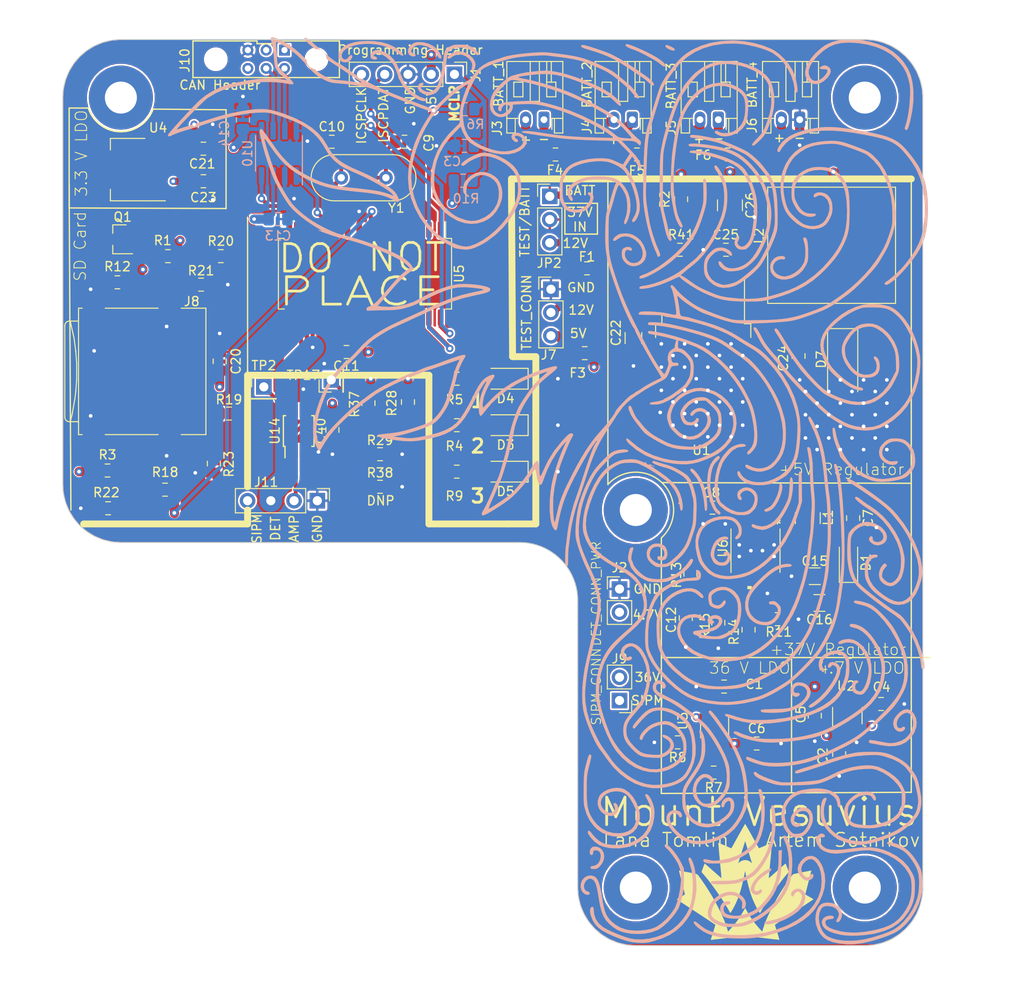
<source format=kicad_pcb>
(kicad_pcb (version 20171130) (host pcbnew "(5.1.9)-1")
  (layers (0 Papa.Cu signal) (1 GND.Cu power) (2 VCC.Cu power) (31 Mama.Cu signal) (34 B.Paste user) (35 F.Paste user) (36 B.SilkS user) (37 F.SilkS user) (38 B.Mask user hide) (39 F.Mask user) (44 Edge.Cuts user))
  (net 0 "")
  (net 1 GND)
  (net 2 +5V)
  (net 3 "/Microcontroller [DO NOT PLACE]/MCLR")
  (net 4 "Net-(C4-Pad1)")
  (net 5 +36V)
  (net 6 "Net-(C7-Pad1)")
  (net 7 "Net-(C8-Pad1)")
  (net 8 "/Microcontroller [DO NOT PLACE]/OSC1")
  (net 9 "/Microcontroller [DO NOT PLACE]/OSC2")
  (net 10 "Net-(C12-Pad1)")
  (net 11 +3V3)
  (net 12 "Net-(D1-Pad2)")
  (net 13 "Net-(D3-Pad2)")
  (net 14 "Net-(D4-Pad2)")
  (net 15 "Net-(D5-Pad2)")
  (net 16 "Net-(F1-Pad2)")
  (net 17 +12V)
  (net 18 "Net-(F3-Pad2)")
  (net 19 "Net-(F4-Pad2)")
  (net 20 "Net-(F4-Pad1)")
  (net 21 "Net-(F5-Pad2)")
  (net 22 "Net-(F5-Pad1)")
  (net 23 "Net-(F6-Pad2)")
  (net 24 "Net-(F6-Pad1)")
  (net 25 "/Microcontroller [DO NOT PLACE]/ICSPCLK")
  (net 26 "/Microcontroller [DO NOT PLACE]/ICSPDAT")
  (net 27 "/Microcontroller [DO NOT PLACE]/CANL")
  (net 28 "/Microcontroller [DO NOT PLACE]/CANH")
  (net 29 "Net-(J8-Pad2)")
  (net 30 "Net-(J8-Pad3)")
  (net 31 "Net-(J8-Pad5)")
  (net 32 "Net-(J8-Pad7)")
  (net 33 "/Microcontroller [DO NOT PLACE]/MISO")
  (net 34 "Net-(R4-Pad1)")
  (net 35 "Net-(R5-Pad1)")
  (net 36 "Net-(R6-Pad1)")
  (net 37 "Net-(R7-Pad2)")
  (net 38 "Net-(R9-Pad1)")
  (net 39 "Net-(R11-Pad1)")
  (net 40 "Net-(R13-Pad2)")
  (net 41 "Net-(R14-Pad2)")
  (net 42 "/Microcontroller [DO NOT PLACE]/CS")
  (net 43 "/Microcontroller [DO NOT PLACE]/SCK")
  (net 44 "Net-(R28-Pad2)")
  (net 45 /DET_ADC)
  (net 46 "/Microcontroller [DO NOT PLACE]/PIC_RX")
  (net 47 "/Microcontroller [DO NOT PLACE]/PIC_TX")
  (net 48 /INTERUPT_OUT)
  (net 49 /SIPM_OUT)
  (net 50 "Net-(C25-Pad1)")
  (net 51 "Net-(R2-Pad2)")
  (net 52 /AMP_OUT)
  (net 53 +BATT)
  (net 54 "Net-(C25-Pad2)")
  (net 55 +37V)
  (net 56 +4.7V)
  (net 57 "Net-(J8-Pad8)")
  (net 58 "Net-(J8-Pad1)")
  (net 59 "Net-(J10-Pad6)")
  (net 60 "Net-(J10-Pad1)")
  (net 61 "Net-(J10-Pad2)")
  (net 62 "Net-(U1-Pad7)")
  (net 63 "Net-(U1-Pad5)")
  (net 64 "Net-(U5-Pad26)")
  (net 65 "Net-(U5-Pad22)")
  (net 66 "Net-(U5-Pad21)")
  (net 67 "Net-(U5-Pad18)")
  (net 68 "Net-(U5-Pad6)")
  (net 69 "Net-(U5-Pad5)")
  (net 70 "Net-(U5-Pad4)")
  (net 71 "Net-(U5-Pad3)")
  (net 72 "Net-(U5-Pad2)")
  (net 73 "Net-(U6-Pad11)")
  (net 74 "Net-(U14-Pad7)")
  (net 75 /SIPM_OUT_DET)
  (module Payload2020_custom:volcano (layer Mama.Cu) (at 130.937 97.663 90)
    (fp_text reference G*** hide)
    (fp_text value LOGO hide)
  )
  (module Package_SO:SOIC-28W_7.5x18.7mm_P1.27mm (layer Papa.Cu) (at 116.84 73.8632 270)
    (fp_text reference U5 (at 0 -10.3 90) (layer F.SilkS))
    (fp_text value PIC18LF26K83)
    (pad 28 smd roundrect (at 4.8 -8.255 270) (size 1.8 0.6) (layers Papa.Cu F.Paste F.Mask) (net 26 "/Microcontroller [DO NOT PLACE]/ICSPDAT"))
    (pad 27 smd roundrect (at 4.8 -6.985 270) (size 1.8 0.6) (layers Papa.Cu F.Paste F.Mask) (net 25 "/Microcontroller [DO NOT PLACE]/ICSPCLK"))
    (pad 26 smd roundrect (at 4.8 -5.715 270) (size 1.8 0.6) (layers Papa.Cu F.Paste F.Mask) (net 64 "Net-(U5-Pad26)"))
    (pad 25 smd roundrect (at 4.8 -4.445 270) (size 1.8 0.6) (layers Papa.Cu F.Paste F.Mask) (net 35 "Net-(R5-Pad1)"))
    (pad 24 smd roundrect (at 4.8 -3.175 270) (size 1.8 0.6) (layers Papa.Cu F.Paste F.Mask) (net 34 "Net-(R4-Pad1)"))
    (pad 23 smd roundrect (at 4.8 -1.905 270) (size 1.8 0.6) (layers Papa.Cu F.Paste F.Mask) (net 38 "Net-(R9-Pad1)"))
    (pad 22 smd roundrect (at 4.8 -0.635 270) (size 1.8 0.6) (layers Papa.Cu F.Paste F.Mask) (net 65 "Net-(U5-Pad22)"))
    (pad 21 smd roundrect (at 4.8 0.635 270) (size 1.8 0.6) (layers Papa.Cu F.Paste F.Mask) (net 66 "Net-(U5-Pad21)"))
    (pad 20 smd roundrect (at 4.8 1.905 270) (size 1.8 0.6) (layers Papa.Cu F.Paste F.Mask) (net 2 +5V))
    (pad 19 smd roundrect (at 4.8 3.175 270) (size 1.8 0.6) (layers Papa.Cu F.Paste F.Mask) (net 1 GND))
    (pad 18 smd roundrect (at 4.8 4.445 270) (size 1.8 0.6) (layers Papa.Cu F.Paste F.Mask) (net 67 "Net-(U5-Pad18)"))
    (pad 17 smd roundrect (at 4.8 5.715 270) (size 1.8 0.6) (layers Papa.Cu F.Paste F.Mask) (net 45 /DET_ADC))
    (pad 16 smd roundrect (at 4.8 6.985 270) (size 1.8 0.6) (layers Papa.Cu F.Paste F.Mask) (net 48 /INTERUPT_OUT))
    (pad 15 smd roundrect (at 4.8 8.255 270) (size 1.8 0.6) (layers Papa.Cu F.Paste F.Mask) (net 33 "/Microcontroller [DO NOT PLACE]/MISO"))
    (pad 14 smd roundrect (at -4.8 8.255 270) (size 1.8 0.6) (layers Papa.Cu F.Paste F.Mask) (net 43 "/Microcontroller [DO NOT PLACE]/SCK"))
    (pad 13 smd roundrect (at -4.8 6.985 270) (size 1.8 0.6) (layers Papa.Cu F.Paste F.Mask) (net 33 "/Microcontroller [DO NOT PLACE]/MISO"))
    (pad 12 smd roundrect (at -4.8 5.715 270) (size 1.8 0.6) (layers Papa.Cu F.Paste F.Mask) (net 46 "/Microcontroller [DO NOT PLACE]/PIC_RX"))
    (pad 11 smd roundrect (at -4.8 4.445 270) (size 1.8 0.6) (layers Papa.Cu F.Paste F.Mask) (net 47 "/Microcontroller [DO NOT PLACE]/PIC_TX"))
    (pad 10 smd roundrect (at -4.8 3.175 270) (size 1.8 0.6) (layers Papa.Cu F.Paste F.Mask) (net 9 "/Microcontroller [DO NOT PLACE]/OSC2"))
    (pad 9 smd roundrect (at -4.8 1.905 270) (size 1.8 0.6) (layers Papa.Cu F.Paste F.Mask) (net 8 "/Microcontroller [DO NOT PLACE]/OSC1"))
    (pad 8 smd roundrect (at -4.8 0.635 270) (size 1.8 0.6) (layers Papa.Cu F.Paste F.Mask) (net 1 GND))
    (pad 7 smd roundrect (at -4.8 -0.635 270) (size 1.8 0.6) (layers Papa.Cu F.Paste F.Mask) (net 42 "/Microcontroller [DO NOT PLACE]/CS"))
    (pad 6 smd roundrect (at -4.8 -1.905 270) (size 1.8 0.6) (layers Papa.Cu F.Paste F.Mask) (net 68 "Net-(U5-Pad6)"))
    (pad 5 smd roundrect (at -4.8 -3.175 270) (size 1.8 0.6) (layers Papa.Cu F.Paste F.Mask) (net 69 "Net-(U5-Pad5)"))
    (pad 4 smd roundrect (at -4.8 -4.445 270) (size 1.8 0.6) (layers Papa.Cu F.Paste F.Mask) (net 70 "Net-(U5-Pad4)"))
    (pad 3 smd roundrect (at -4.8 -5.715 270) (size 1.8 0.6) (layers Papa.Cu F.Paste F.Mask) (net 71 "Net-(U5-Pad3)"))
    (pad 2 smd roundrect (at -4.8 -6.985 270) (size 1.8 0.6) (layers Papa.Cu F.Paste F.Mask) (net 72 "Net-(U5-Pad2)"))
    (pad 1 smd roundrect (at -4.8 -8.255 270) (size 1.8 0.6) (layers Papa.Cu F.Paste F.Mask) (net 36 "Net-(R6-Pad1)"))
  )
  (module Connector_PinHeader_2.54mm:PinHeader_1x01_P2.54mm_Vertical (layer Papa.Cu) (at 105.791 86.233)
    (fp_text reference TP2 (at 0 -2.33) (layer F.SilkS))
    (fp_text value INTERRUPT)
    (pad 1 thru_hole rect (at 0 0) (size 1.7 1.7) (drill 1) (layers *.Cu *.Mask) (net 48 /INTERUPT_OUT))
  )
  (module canhw_footprints:microSD_Molex_WM6698CT-ND (layer Papa.Cu) (at 87.1855 77.6605 270)
    (fp_text reference J8 (at -0.762 -10.7315) (layer F.SilkS))
    (fp_text value 693072010801)
    (pad 9 smd rect (at 0 0 90) (size 1.45 2) (layers Papa.Cu F.Paste F.Mask) (net 1 GND))
    (pad 9 smd rect (at 13.75 0 90) (size 1.45 2) (layers Papa.Cu F.Paste F.Mask) (net 1 GND))
    (pad 9 smd rect (at 13.75 -8.3 90) (size 1.45 2) (layers Papa.Cu F.Paste F.Mask) (net 1 GND))
    (pad 9 smd rect (at 0 -8.3 90) (size 1.45 2) (layers Papa.Cu F.Paste F.Mask) (net 1 GND))
    (pad 8 smd rect (at 2.38 -2.6 90) (size 0.8 1.5) (layers Papa.Cu F.Paste F.Mask) (net 57 "Net-(J8-Pad8)"))
    (pad 7 smd rect (at 3.48 -2.6 90) (size 0.8 1.5) (layers Papa.Cu F.Paste F.Mask) (net 32 "Net-(J8-Pad7)"))
    (pad 6 smd rect (at 4.58 -2.6 90) (size 0.8 1.5) (layers Papa.Cu F.Paste F.Mask) (net 1 GND))
    (pad 5 smd rect (at 5.68 -2.61 90) (size 0.8 1.5) (layers Papa.Cu F.Paste F.Mask) (net 31 "Net-(J8-Pad5)"))
    (pad 4 smd rect (at 6.78 -2.6 90) (size 0.8 1.5) (layers Papa.Cu F.Paste F.Mask) (net 11 +3V3))
    (pad 3 smd rect (at 7.87 -2.6 90) (size 0.8 1.5) (layers Papa.Cu F.Paste F.Mask) (net 30 "Net-(J8-Pad3)"))
    (pad 2 smd rect (at 8.98 -2.6 90) (size 0.8 1.5) (layers Papa.Cu F.Paste F.Mask) (net 29 "Net-(J8-Pad2)"))
    (pad 1 smd rect (at 10.08 -2.6 90) (size 0.8 1.5) (layers Papa.Cu F.Paste F.Mask) (net 58 "Net-(J8-Pad1)"))
  )
  (module MountingHole:MountingHole_3.5mm_Pad (layer Papa.Cu) (at 146.431 140.97 90)
    (fp_text reference REF** hide)
    (fp_text value MountingHole_3.5mm_Pad)
    (pad 1 thru_hole circle (at 0 0 90) (size 7 7) (drill 3.5) (layers *.Cu *.Mask))
  )
  (module Connector_PinHeader_2.54mm:PinHeader_1x04_P2.54mm_Vertical (layer Papa.Cu) (at 111.633 98.679 270)
    (fp_text reference J11 (at -2.032 5.588 180) (layer F.SilkS))
    (fp_text value DET_CONN)
    (pad 4 thru_hole oval (at 0 7.62 270) (size 1.7 1.7) (drill 1) (layers *.Cu *.Mask) (net 75 /SIPM_OUT_DET))
    (pad 3 thru_hole oval (at 0 5.08 270) (size 1.7 1.7) (drill 1) (layers *.Cu *.Mask) (net 45 /DET_ADC))
    (pad 2 thru_hole oval (at 0 2.54 270) (size 1.7 1.7) (drill 1) (layers *.Cu *.Mask) (net 52 /AMP_OUT))
    (pad 1 thru_hole rect (at 0 0 270) (size 1.7 1.7) (drill 1) (layers *.Cu *.Mask) (net 1 GND))
  )
  (module Connector_PinHeader_2.54mm:PinHeader_1x02_P2.54mm_Vertical (layer Papa.Cu) (at 144.653 108.331)
    (fp_text reference J2 (at 0 -2.33) (layer F.SilkS))
    (fp_text value DET_CONN_PWR (at -2.54 0.508 90) (layer F.SilkS) (effects (font (thickness 0.1))))
    (pad 2 thru_hole oval (at 0 2.54) (size 1.7 1.7) (drill 1) (layers *.Cu *.Mask) (net 56 +4.7V))
    (pad 1 thru_hole rect (at 0 0) (size 1.7 1.7) (drill 1) (layers *.Cu *.Mask) (net 1 GND))
  )
  (module Capacitor_SMD:C_0805_2012Metric_Pad1.15x1.40mm_HandSolder (layer Papa.Cu) (at 156.083 118.999 180)
    (fp_text reference C1 (at -3.302 0.254 180) (layer F.SilkS))
    (fp_text value 1u)
    (pad 2 smd roundrect (at 1.025 0 180) (size 1.15 1.4) (layers Papa.Cu F.Paste F.Mask) (roundrect_rratio 0.2173904347826087) (net 1 GND))
    (pad 1 smd roundrect (at -1.025 0 180) (size 1.15 1.4) (layers Papa.Cu F.Paste F.Mask) (roundrect_rratio 0.2173904347826087) (net 55 +37V))
  )
  (module Capacitor_SMD:C_1210_3225Metric_Pad1.42x2.65mm_HandSolder (layer Papa.Cu) (at 156.718 66.3845 270)
    (fp_text reference C26 (at 0 -2.28 90) (layer F.SilkS))
    (fp_text value 56u)
    (pad 2 smd roundrect (at 1.4875 0 270) (size 1.425 2.65) (layers Papa.Cu F.Paste F.Mask) (roundrect_rratio 0.1754385964912281) (net 1 GND))
    (pad 1 smd roundrect (at -1.4875 0 270) (size 1.425 2.65) (layers Papa.Cu F.Paste F.Mask) (roundrect_rratio 0.1754385964912281) (net 2 +5V))
  )
  (module Capacitor_SMD:C_1206_3216Metric_Pad1.42x1.75mm_HandSolder (layer Papa.Cu) (at 146.177 80.899 270)
    (fp_text reference C22 (at -0.5715 1.905 90) (layer F.SilkS))
    (fp_text value 4.7u)
    (pad 2 smd roundrect (at 1.4875 0 270) (size 1.425 1.75) (layers Papa.Cu F.Paste F.Mask) (roundrect_rratio 0.1754385964912281) (net 1 GND))
    (pad 1 smd roundrect (at -1.4875 0 270) (size 1.425 1.75) (layers Papa.Cu F.Paste F.Mask) (roundrect_rratio 0.1754385964912281) (net 53 +BATT))
  )
  (module Capacitor_SMD:C_1206_3216Metric_Pad1.42x1.75mm_HandSolder (layer Papa.Cu) (at 166.497 109.855 180)
    (fp_text reference C16 (at 0 -1.82) (layer F.SilkS))
    (fp_text value 10u)
    (pad 2 smd roundrect (at 1.4875 0 180) (size 1.425 1.75) (layers Papa.Cu F.Paste F.Mask) (roundrect_rratio 0.1754385964912281) (net 1 GND))
    (pad 1 smd roundrect (at -1.4875 0 180) (size 1.425 1.75) (layers Papa.Cu F.Paste F.Mask) (roundrect_rratio 0.1754385964912281) (net 55 +37V))
  )
  (module Capacitor_SMD:C_1206_3216Metric_Pad1.42x1.75mm_HandSolder (layer Papa.Cu) (at 165.989 106.934 180)
    (fp_text reference C15 (at 0 1.651) (layer F.SilkS))
    (fp_text value 10u)
    (pad 2 smd roundrect (at 1.4875 0 180) (size 1.425 1.75) (layers Papa.Cu F.Paste F.Mask) (roundrect_rratio 0.1754385964912281) (net 1 GND))
    (pad 1 smd roundrect (at -1.4875 0 180) (size 1.425 1.75) (layers Papa.Cu F.Paste F.Mask) (roundrect_rratio 0.1754385964912281) (net 55 +37V))
  )
  (module Team_Logo:Logo_SilkScreen_15mm (layer Papa.Cu) (at 158.369 140.335)
    (fp_text reference G*** hide)
    (fp_text value LOGO hide)
  )
  (module MountingHole:MountingHole_3.5mm_Pad (layer Papa.Cu) (at 90.17 54.61 90)
    (fp_text reference REF** hide)
    (fp_text value MountingHole_3.5mm_Pad)
    (pad 1 thru_hole circle (at 0 0 90) (size 7 7) (drill 3.5) (layers *.Cu *.Mask))
  )
  (module MountingHole:MountingHole_3.5mm_Pad (layer Papa.Cu) (at 171.45 54.61 90)
    (fp_text reference REF** hide)
    (fp_text value MountingHole_3.5mm_Pad)
    (pad 1 thru_hole circle (at 0 0 90) (size 7 7) (drill 3.5) (layers *.Cu *.Mask))
  )
  (module MountingHole:MountingHole_3.5mm_Pad (layer Papa.Cu) (at 171.45 140.97 90)
    (fp_text reference REF** hide)
    (fp_text value MountingHole_3.5mm_Pad)
    (pad 1 thru_hole circle (at 0 0 90) (size 7 7) (drill 3.5) (layers *.Cu *.Mask))
  )
  (module MountingHole:MountingHole_3.5mm_Pad (layer Papa.Cu) (at 146.431 99.695 90)
    (fp_text reference REF** hide)
    (fp_text value MountingHole_3.5mm_Pad)
    (pad 1 thru_hole circle (at 0 0 90) (size 7 7) (drill 3.5) (layers *.Cu *.Mask))
  )
  (module Capacitor_SMD:C_0805_2012Metric_Pad1.15x1.40mm_HandSolder (layer Mama.Cu) (at 107.3404 67.8942)
    (fp_text reference C13 (at 0 1.8288 -180) (layer B.SilkS) (effects (justify mirror)))
    (fp_text value 0.1uF)
    (pad 2 smd roundrect (at 1.025 0) (size 1.15 1.4) (layers Mama.Cu B.Paste B.Mask) (roundrect_rratio 0.2173904347826087) (net 1 GND))
    (pad 1 smd roundrect (at -1.025 0) (size 1.15 1.4) (layers Mama.Cu B.Paste B.Mask) (roundrect_rratio 0.2173904347826087) (net 2 +5V))
  )
  (module Package_SO:SOIC-8_3.9x4.9mm_P1.27mm (layer Mama.Cu) (at 107.442 60.706 90)
    (fp_text reference U10 (at 0 -3.429 90) (layer B.SilkS) (effects (justify mirror)))
    (fp_text value MCP2562-E/SN)
    (pad 8 smd roundrect (at 2.475 1.905 90) (size 1.95 0.6) (layers Mama.Cu B.Paste B.Mask) (net 1 GND))
    (pad 7 smd roundrect (at 2.475 0.635 90) (size 1.95 0.6) (layers Mama.Cu B.Paste B.Mask) (net 28 "/Microcontroller [DO NOT PLACE]/CANH"))
    (pad 6 smd roundrect (at 2.475 -0.635 90) (size 1.95 0.6) (layers Mama.Cu B.Paste B.Mask) (net 27 "/Microcontroller [DO NOT PLACE]/CANL"))
    (pad 5 smd roundrect (at 2.475 -1.905 90) (size 1.95 0.6) (layers Mama.Cu B.Paste B.Mask) (net 2 +5V))
    (pad 4 smd roundrect (at -2.475 -1.905 90) (size 1.95 0.6) (layers Mama.Cu B.Paste B.Mask) (net 46 "/Microcontroller [DO NOT PLACE]/PIC_RX"))
    (pad 3 smd roundrect (at -2.475 -0.635 90) (size 1.95 0.6) (layers Mama.Cu B.Paste B.Mask) (net 2 +5V))
    (pad 2 smd roundrect (at -2.475 0.635 90) (size 1.95 0.6) (layers Mama.Cu B.Paste B.Mask) (net 1 GND))
    (pad 1 smd roundrect (at -2.475 1.905 90) (size 1.95 0.6) (layers Mama.Cu B.Paste B.Mask) (net 47 "/Microcontroller [DO NOT PLACE]/PIC_TX"))
  )
  (module canhw_footprints:connector_Harwin_M80-5000642 (layer Papa.Cu) (at 106.045 50.419 180)
    (fp_text reference J10 (at 8.89 -0.127 90) (layer F.SilkS))
    (fp_text value Conn_01x06_Female)
    (pad "" np_thru_hole circle (at -5.5 0 180) (size 2.2 2.2) (drill 2.2) (layers *.Cu *.Mask))
    (pad "" np_thru_hole circle (at 5.5 0 180) (size 2.2 2.2) (drill 2.2) (layers *.Cu *.Mask))
    (pad 4 thru_hole circle (at -2 -1 180) (size 1.2 1.2) (drill 0.68) (layers *.Cu *.Mask) (net 28 "/Microcontroller [DO NOT PLACE]/CANH"))
    (pad 5 thru_hole circle (at 0 -1 180) (size 1.2 1.2) (drill 0.68) (layers *.Cu *.Mask) (net 27 "/Microcontroller [DO NOT PLACE]/CANL"))
    (pad 6 thru_hole circle (at 2 -1 180) (size 1.2 1.2) (drill 0.68) (layers *.Cu *.Mask) (net 59 "Net-(J10-Pad6)"))
    (pad 3 thru_hole circle (at 2 1 180) (size 1.2 1.2) (drill 0.68) (layers *.Cu *.Mask) (net 1 GND))
    (pad 1 thru_hole rect (at -2 1 180) (size 1.2 1.2) (drill 0.68) (layers *.Cu *.Mask) (net 60 "Net-(J10-Pad1)"))
    (pad 2 thru_hole circle (at 0 1 180) (size 1.2 1.2) (drill 0.68) (layers *.Cu *.Mask) (net 61 "Net-(J10-Pad2)"))
  )
  (module Package_TO_SOT_SMD:TSOT-23-5_HandSoldering (layer Papa.Cu) (at 155.067 123.698 270)
    (fp_text reference U3 (at -0.9525 3.4925 90) (layer F.SilkS))
    (fp_text value LT3014IS5#TRMPBF)
    (pad 5 smd rect (at 1.71 -0.95 270) (size 2 0.65) (layers Papa.Cu F.Paste F.Mask) (net 5 +36V))
    (pad 4 smd rect (at 1.71 0.95 270) (size 2 0.65) (layers Papa.Cu F.Paste F.Mask) (net 37 "Net-(R7-Pad2)"))
    (pad 3 smd rect (at -1.71 0.95 270) (size 2 0.65) (layers Papa.Cu F.Paste F.Mask) (net 2 +5V))
    (pad 2 smd rect (at -1.71 0 270) (size 2 0.65) (layers Papa.Cu F.Paste F.Mask) (net 1 GND))
    (pad 1 smd rect (at -1.71 -0.95 270) (size 2 0.65) (layers Papa.Cu F.Paste F.Mask) (net 55 +37V))
  )
  (module Package_TO_SOT_SMD:TO-263-7_TabPin4 (layer Papa.Cu) (at 153.797 82.2865 270)
    (fp_text reference U1 (at 10.868 0.1905 180) (layer F.SilkS))
    (fp_text value LM22678TJ-5.0_NOPB)
    (pad 4 smd rect (at 3.375 0 270) (size 9.4 10.8) (layers Papa.Cu F.Mask) (net 1 GND))
    (pad 7 smd rect (at -5.775 3.81 270) (size 4.6 0.8) (layers Papa.Cu F.Paste F.Mask) (net 62 "Net-(U1-Pad7)"))
    (pad 6 smd rect (at -5.775 2.54 270) (size 4.6 0.8) (layers Papa.Cu F.Paste F.Mask) (net 51 "Net-(R2-Pad2)"))
    (pad 5 smd rect (at -5.775 1.27 270) (size 4.6 0.8) (layers Papa.Cu F.Paste F.Mask) (net 63 "Net-(U1-Pad5)"))
    (pad 4 smd rect (at -5.775 0 270) (size 4.6 0.8) (layers Papa.Cu F.Paste F.Mask) (net 1 GND))
    (pad 3 smd rect (at -5.775 -1.27 270) (size 4.6 0.8) (layers Papa.Cu F.Paste F.Mask) (net 54 "Net-(C25-Pad2)"))
    (pad 2 smd rect (at -5.775 -2.54 270) (size 4.6 0.8) (layers Papa.Cu F.Paste F.Mask) (net 53 +BATT))
    (pad 1 smd rect (at -5.775 -3.81 270) (size 4.6 0.8) (layers Papa.Cu F.Paste F.Mask) (net 50 "Net-(C25-Pad1)"))
  )
  (module Crystal:Crystal_HC49-4H_Vertical (layer Papa.Cu) (at 119.126 63.373 180)
    (fp_text reference Y1 (at -1.143 -3.302 180) (layer F.SilkS))
    (fp_text value 12MHz)
    (pad 2 thru_hole circle (at 4.88 0 180) (size 1.5 1.5) (drill 0.8) (layers *.Cu *.Mask) (net 9 "/Microcontroller [DO NOT PLACE]/OSC2"))
    (pad 1 thru_hole circle (at 0 0 180) (size 1.5 1.5) (drill 0.8) (layers *.Cu *.Mask) (net 8 "/Microcontroller [DO NOT PLACE]/OSC1"))
  )
  (module Connector_PinHeader_2.54mm:PinHeader_1x05_P2.54mm_Vertical (layer Papa.Cu) (at 126.619 52.07 270)
    (fp_text reference J1 (at 0 -2.33 270) (layer F.SilkS))
    (fp_text value "Programming Header" (at -2.667 4.826) (layer F.SilkS))
    (pad 1 thru_hole rect (at 0 0 270) (size 1.7 1.7) (drill 1) (layers *.Cu *.Mask) (net 3 "/Microcontroller [DO NOT PLACE]/MCLR"))
    (pad 2 thru_hole oval (at 0 2.54 270) (size 1.7 1.7) (drill 1) (layers *.Cu *.Mask) (net 2 +5V))
    (pad 3 thru_hole oval (at 0 5.08 270) (size 1.7 1.7) (drill 1) (layers *.Cu *.Mask) (net 1 GND))
    (pad 4 thru_hole oval (at 0 7.62 270) (size 1.7 1.7) (drill 1) (layers *.Cu *.Mask) (net 26 "/Microcontroller [DO NOT PLACE]/ICSPDAT"))
    (pad 5 thru_hole oval (at 0 10.16 270) (size 1.7 1.7) (drill 1) (layers *.Cu *.Mask) (net 25 "/Microcontroller [DO NOT PLACE]/ICSPCLK"))
  )
  (module Capacitor_SMD:C_0805_2012Metric_Pad1.15x1.40mm_HandSolder (layer Papa.Cu) (at 173.228 120.904)
    (fp_text reference C4 (at 0.0635 -1.8415) (layer F.SilkS))
    (fp_text value 10n)
    (pad 2 smd roundrect (at 1.025 0) (size 1.15 1.4) (layers Papa.Cu F.Paste F.Mask) (roundrect_rratio 0.2173904347826087) (net 1 GND))
    (pad 1 smd roundrect (at -1.025 0) (size 1.15 1.4) (layers Papa.Cu F.Paste F.Mask) (roundrect_rratio 0.2173904347826087) (net 4 "Net-(C4-Pad1)"))
  )
  (module Resistor_SMD:R_0805_2012Metric_Pad1.15x1.40mm_HandSolder (layer Papa.Cu) (at 101.981 89.154)
    (fp_text reference R19 (at 0 -1.524 -180) (layer F.SilkS))
    (fp_text value 34k)
    (pad 2 smd roundrect (at 1.025 0) (size 1.15 1.4) (layers Papa.Cu F.Paste F.Mask) (roundrect_rratio 0.2173904347826087) (net 33 "/Microcontroller [DO NOT PLACE]/MISO"))
    (pad 1 smd roundrect (at -1.025 0) (size 1.15 1.4) (layers Papa.Cu F.Paste F.Mask) (roundrect_rratio 0.2173904347826087) (net 30 "Net-(J8-Pad3)"))
  )
  (module Payload2020_custom:732-3880-1-ND (layer Papa.Cu) (at 168.971 69.4865 180)
    (fp_text reference L2 (at 9.078 -0.2365 90) (layer F.SilkS))
    (fp_text value 15u)
    (pad 2 smd rect (at 0.95 3.85 180) (size 5 4.5) (layers Papa.Cu F.Paste F.Mask) (net 2 +5V))
    (pad 1 smd rect (at 0.95 -6.65 180) (size 5 4.5) (layers Papa.Cu F.Paste F.Mask) (net 50 "Net-(C25-Pad1)"))
  )
  (module Resistor_SMD:R_0805_2012Metric_Pad1.15x1.40mm_HandSolder (layer Papa.Cu) (at 151.384 65.7225 270)
    (fp_text reference R2 (at 0 1.778 90) (layer F.SilkS))
    (fp_text value 20)
    (pad 2 smd roundrect (at 1.025 0 270) (size 1.15 1.4) (layers Papa.Cu F.Paste F.Mask) (roundrect_rratio 0.2173904347826087) (net 51 "Net-(R2-Pad2)"))
    (pad 1 smd roundrect (at -1.025 0 270) (size 1.15 1.4) (layers Papa.Cu F.Paste F.Mask) (roundrect_rratio 0.2173904347826087) (net 2 +5V))
  )
  (module Diode_SMD:D_SMA_Handsoldering (layer Papa.Cu) (at 169.037 84.2645 270)
    (fp_text reference D7 (at -1.016 2.3495 90) (layer F.SilkS))
    (fp_text value D)
    (pad 2 smd rect (at 2.5 0 270) (size 3.5 1.8) (layers Papa.Cu F.Paste F.Mask) (net 1 GND))
    (pad 1 smd rect (at -2.5 0 270) (size 3.5 1.8) (layers Papa.Cu F.Paste F.Mask) (net 50 "Net-(C25-Pad1)"))
  )
  (module Connector_JST:JST_PH_S2B-PH-K_1x02_P2.00mm_Horizontal (layer Papa.Cu) (at 164.338 57.023 180)
    (fp_text reference J6 (at 5.207 -0.635 270) (layer F.SilkS))
    (fp_text value BATT_4 (at 5.207 3.81 270) (layer F.SilkS))
    (pad 2 thru_hole oval (at 2 0 180) (size 1.2 1.75) (drill 0.75) (layers *.Cu *.Mask) (net 23 "Net-(F6-Pad2)"))
    (pad 1 thru_hole roundrect (at 0 0 180) (size 1.2 1.75) (drill 0.75) (layers *.Cu *.Mask) (roundrect_rratio 0.2083325) (net 1 GND))
  )
  (module Connector_JST:JST_PH_S2B-PH-K_1x02_P2.00mm_Horizontal (layer Papa.Cu) (at 155.448 57.023 180)
    (fp_text reference J5 (at 5.1562 -0.889 90) (layer F.SilkS))
    (fp_text value BATT_3 (at 5.1562 3.683 270) (layer F.SilkS))
    (pad 2 thru_hole oval (at 2 0 180) (size 1.2 1.75) (drill 0.75) (layers *.Cu *.Mask) (net 21 "Net-(F5-Pad2)"))
    (pad 1 thru_hole roundrect (at 0 0 180) (size 1.2 1.75) (drill 0.75) (layers *.Cu *.Mask) (roundrect_rratio 0.2083325) (net 24 "Net-(F6-Pad1)"))
  )
  (module Connector_JST:JST_PH_S2B-PH-K_1x02_P2.00mm_Horizontal (layer Papa.Cu) (at 146.05 57.023 180)
    (fp_text reference J4 (at 4.953 -0.762 270) (layer F.SilkS))
    (fp_text value BATT_2 (at 4.953 3.81 270) (layer F.SilkS))
    (pad 2 thru_hole oval (at 2 0 180) (size 1.2 1.75) (drill 0.75) (layers *.Cu *.Mask) (net 19 "Net-(F4-Pad2)"))
    (pad 1 thru_hole roundrect (at 0 0 180) (size 1.2 1.75) (drill 0.75) (layers *.Cu *.Mask) (roundrect_rratio 0.2083325) (net 22 "Net-(F5-Pad1)"))
  )
  (module Connector_JST:JST_PH_S2B-PH-K_1x02_P2.00mm_Horizontal (layer Papa.Cu) (at 136.398 57.023 180)
    (fp_text reference J3 (at 5.1054 -0.9398 270) (layer F.SilkS))
    (fp_text value BATT_1 (at 4.953 3.937 270) (layer F.SilkS))
    (pad 2 thru_hole oval (at 2 0 180) (size 1.2 1.75) (drill 0.75) (layers *.Cu *.Mask) (net 53 +BATT))
    (pad 1 thru_hole roundrect (at 0 0 180) (size 1.2 1.75) (drill 0.75) (layers *.Cu *.Mask) (roundrect_rratio 0.2083325) (net 20 "Net-(F4-Pad1)"))
  )
  (module Payload2020_custom:TPS61175_Q1_Footprint (layer Papa.Cu) (at 159.512 104.14 270)
    (fp_text reference U6 (at -0.254 3.556 270) (layer F.SilkS))
    (fp_text value TPS61175QPWPRQ1 hide)
    (fp_poly (pts (xy 0.55 1.23) (xy 0.55 1.33) (xy 0.9 1.33) (xy 0.9 1.23)) (layer Papa.Cu) (width 0.1))
    (fp_poly (pts (xy -0.55 1.23) (xy -0.55 1.33) (xy -0.9 1.33) (xy -0.9 1.23)) (layer Papa.Cu) (width 0.1))
    (fp_poly (pts (xy -0.55 -1.23) (xy -0.55 -1.33) (xy -0.9 -1.33) (xy -0.9 -1.23)) (layer Papa.Cu) (width 0.1))
    (fp_poly (pts (xy 0.55 -1.23) (xy 0.55 -1.33) (xy 0.9 -1.33) (xy 0.9 -1.23)) (layer Papa.Cu) (width 0.1))
    (fp_text user * (at -3.175 -2.794 270) (layer F.SilkS))
    (pad 1 smd rect (at -2.921 -1.950034 270) (size 1.4732 0.3556) (layers Papa.Cu F.Paste F.Mask) (net 12 "Net-(D1-Pad2)"))
    (pad 2 smd rect (at -2.921 -1.300023 270) (size 1.4732 0.3556) (layers Papa.Cu F.Paste F.Mask) (net 12 "Net-(D1-Pad2)"))
    (pad 3 smd rect (at -2.921 -0.650011 270) (size 1.4732 0.3556) (layers Papa.Cu F.Paste F.Mask) (net 6 "Net-(C7-Pad1)"))
    (pad 4 smd rect (at -2.921 0 270) (size 1.4732 0.3556) (layers Papa.Cu F.Paste F.Mask) (net 6 "Net-(C7-Pad1)"))
    (pad 5 smd rect (at -2.921 0.650011 270) (size 1.4732 0.3556) (layers Papa.Cu F.Paste F.Mask) (net 7 "Net-(C8-Pad1)"))
    (pad 6 smd rect (at -2.921 1.300023 270) (size 1.4732 0.3556) (layers Papa.Cu F.Paste F.Mask) (net 1 GND))
    (pad 7 smd rect (at -2.921 1.950034 270) (size 1.4732 0.3556) (layers Papa.Cu F.Paste F.Mask) (net 1 GND))
    (pad 8 smd rect (at 2.921 1.950034 270) (size 1.4732 0.3556) (layers Papa.Cu F.Paste F.Mask) (net 40 "Net-(R13-Pad2)"))
    (pad 9 smd rect (at 2.921 1.300023 270) (size 1.4732 0.3556) (layers Papa.Cu F.Paste F.Mask) (net 41 "Net-(R14-Pad2)"))
    (pad 10 smd rect (at 2.921 0.650011 270) (size 1.4732 0.3556) (layers Papa.Cu F.Paste F.Mask) (net 39 "Net-(R11-Pad1)"))
    (pad 11 smd rect (at 2.921 0 270) (size 1.4732 0.3556) (layers Papa.Cu F.Paste F.Mask) (net 73 "Net-(U6-Pad11)"))
    (pad 12 smd rect (at 2.921 -0.650011 270) (size 1.4732 0.3556) (layers Papa.Cu F.Paste F.Mask) (net 1 GND))
    (pad 13 smd rect (at 2.921 -1.300023 270) (size 1.4732 0.3556) (layers Papa.Cu F.Paste F.Mask) (net 1 GND))
    (pad 14 smd rect (at 2.921 -1.950034 270) (size 1.4732 0.3556) (layers Papa.Cu F.Paste F.Mask) (net 1 GND))
    (pad 15 smd rect (at 0 0 270) (size 2.31 2.46) (layers Papa.Cu F.Paste F.Mask) (net 1 GND))
  )
  (module Resistor_SMD:R_0805_2012Metric_Pad1.15x1.40mm_HandSolder (layer Papa.Cu) (at 151.257 71.247)
    (fp_text reference R41 (at 0.127 -1.651) (layer F.SilkS))
    (fp_text value 330)
    (pad 2 smd roundrect (at 1.025 0) (size 1.15 1.4) (layers Papa.Cu F.Paste F.Mask) (roundrect_rratio 0.2173904347826087) (net 1 GND))
    (pad 1 smd roundrect (at -1.025 0) (size 1.15 1.4) (layers Papa.Cu F.Paste F.Mask) (roundrect_rratio 0.2173904347826087) (net 51 "Net-(R2-Pad2)"))
  )
  (module Inductor_SMD:L_1210_3225Metric (layer Papa.Cu) (at 165.227 100.584 90)
    (fp_text reference L1 (at 0.0635 2.2225 270) (layer F.SilkS))
    (fp_text value 33u)
    (pad 2 smd roundrect (at 1.4 0 90) (size 1.25 2.65) (layers Papa.Cu F.Paste F.Mask) (roundrect_rratio 0.2) (net 6 "Net-(C7-Pad1)"))
    (pad 1 smd roundrect (at -1.4 0 90) (size 1.25 2.65) (layers Papa.Cu F.Paste F.Mask) (roundrect_rratio 0.2) (net 12 "Net-(D1-Pad2)"))
  )
  (module Capacitor_SMD:C_0805_2012Metric_Pad1.15x1.40mm_HandSolder (layer Papa.Cu) (at 156.2825 71.247 180)
    (fp_text reference C25 (at 0.009 1.651) (layer F.SilkS))
    (fp_text value 10n)
    (pad 2 smd roundrect (at 1.025 0 180) (size 1.15 1.4) (layers Papa.Cu F.Paste F.Mask) (roundrect_rratio 0.2173904347826087) (net 54 "Net-(C25-Pad2)"))
    (pad 1 smd roundrect (at -1.025 0 180) (size 1.15 1.4) (layers Papa.Cu F.Paste F.Mask) (roundrect_rratio 0.2173904347826087) (net 50 "Net-(C25-Pad1)"))
  )
  (module Capacitor_SMD:C_0805_2012Metric_Pad1.15x1.40mm_HandSolder (layer Papa.Cu) (at 164.211 82.8585 270)
    (fp_text reference C24 (at 0.263 1.651 90) (layer F.SilkS))
    (fp_text value 1u)
    (pad 2 smd roundrect (at 1.025 0 270) (size 1.15 1.4) (layers Papa.Cu F.Paste F.Mask) (roundrect_rratio 0.2173904347826087) (net 1 GND))
    (pad 1 smd roundrect (at -1.025 0 270) (size 1.15 1.4) (layers Papa.Cu F.Paste F.Mask) (roundrect_rratio 0.2173904347826087) (net 53 +BATT))
  )
  (module Connector_PinHeader_2.54mm:PinHeader_1x02_P2.54mm_Vertical (layer Papa.Cu) (at 144.653 120.523 180)
    (fp_text reference J9 (at 0 4.572) (layer F.SilkS))
    (fp_text value SIPM_CONN (at 2.54 1.524 270) (layer F.SilkS) (effects (font (thickness 0.1))))
    (pad 2 thru_hole oval (at 0 2.54 180) (size 1.7 1.7) (drill 1) (layers *.Cu *.Mask) (net 5 +36V))
    (pad 1 thru_hole rect (at 0 0 180) (size 1.7 1.7) (drill 1) (layers *.Cu *.Mask) (net 49 /SIPM_OUT))
  )
  (module Package_TO_SOT_SMD:SOT-223 (layer Papa.Cu) (at 90.932 62.484 180)
    (fp_text reference U4 (at -3.302 4.572 180) (layer F.SilkS))
    (fp_text value AP2114H-3.3TRG1)
    (pad 4 smd rect (at 3.15 0 180) (size 2 3.8) (layers Papa.Cu F.Paste F.Mask) (net 11 +3V3))
    (pad 2 smd rect (at -3.15 0 180) (size 2 1.5) (layers Papa.Cu F.Paste F.Mask) (net 11 +3V3))
    (pad 3 smd rect (at -3.15 2.3 180) (size 2 1.5) (layers Papa.Cu F.Paste F.Mask) (net 2 +5V))
    (pad 1 smd rect (at -3.15 -2.3 180) (size 2 1.5) (layers Papa.Cu F.Paste F.Mask) (net 1 GND))
  )
  (module Package_TO_SOT_SMD:SOT-23-5 (layer Papa.Cu) (at 169.545 122.174 90)
    (fp_text reference U2 (at 3.2385 -0.127) (layer F.SilkS))
    (fp_text value LD3985M47R_SOT23)
    (pad 5 smd rect (at 1.1 -0.95 90) (size 1.06 0.65) (layers Papa.Cu F.Paste F.Mask) (net 56 +4.7V))
    (pad 4 smd rect (at 1.1 0.95 90) (size 1.06 0.65) (layers Papa.Cu F.Paste F.Mask) (net 4 "Net-(C4-Pad1)"))
    (pad 3 smd rect (at -1.1 0.95 90) (size 1.06 0.65) (layers Papa.Cu F.Paste F.Mask) (net 2 +5V))
    (pad 2 smd rect (at -1.1 0 90) (size 1.06 0.65) (layers Papa.Cu F.Paste F.Mask) (net 1 GND))
    (pad 1 smd rect (at -1.1 -0.95 90) (size 1.06 0.65) (layers Papa.Cu F.Paste F.Mask) (net 2 +5V))
  )
  (module Connector_PinHeader_2.54mm:PinHeader_1x03_P2.54mm_Vertical (layer Papa.Cu) (at 137.033 65.405)
    (fp_text reference JP2 (at -0.0635 7.3025 180) (layer F.SilkS))
    (fp_text value TEST/BATT (at -2.7305 2.7305 270) (layer F.SilkS))
    (pad 3 thru_hole oval (at 0 5.08) (size 1.7 1.7) (drill 1) (layers *.Cu *.Mask) (net 17 +12V))
    (pad 2 thru_hole oval (at 0 2.54) (size 1.7 1.7) (drill 1) (layers *.Cu *.Mask) (net 6 "Net-(C7-Pad1)"))
    (pad 1 thru_hole rect (at 0 0) (size 1.7 1.7) (drill 1) (layers *.Cu *.Mask) (net 53 +BATT))
  )
  (module Connector_PinHeader_2.54mm:PinHeader_1x03_P2.54mm_Vertical (layer Papa.Cu) (at 137.16 75.565)
    (fp_text reference J7 (at -0.254 7.1755 180) (layer F.SilkS))
    (fp_text value TEST_CONN (at -2.667 2.54 90) (layer F.SilkS))
    (pad 3 thru_hole oval (at 0 5.08) (size 1.7 1.7) (drill 1) (layers *.Cu *.Mask) (net 18 "Net-(F3-Pad2)"))
    (pad 2 thru_hole oval (at 0 2.54) (size 1.7 1.7) (drill 1) (layers *.Cu *.Mask) (net 16 "Net-(F1-Pad2)"))
    (pad 1 thru_hole rect (at 0 0) (size 1.7 1.7) (drill 1) (layers *.Cu *.Mask) (net 1 GND))
  )
  (module Diode_SMD:D_1206_3216Metric_Pad1.42x1.75mm_HandSolder (layer Papa.Cu) (at 132.207 95.504 180)
    (fp_text reference D5 (at 0 -2.159) (layer F.SilkS))
    (fp_text value QBLP650-IW hide)
    (pad 2 smd roundrect (at 1.4875 0 180) (size 1.425 1.75) (layers Papa.Cu F.Paste F.Mask) (roundrect_rratio 0.1754385964912281) (net 15 "Net-(D5-Pad2)"))
    (pad 1 smd roundrect (at -1.4875 0 180) (size 1.425 1.75) (layers Papa.Cu F.Paste F.Mask) (roundrect_rratio 0.1754385964912281) (net 1 GND))
  )
  (module Diode_SMD:D_1206_3216Metric_Pad1.42x1.75mm_HandSolder (layer Papa.Cu) (at 132.207 85.344 180)
    (fp_text reference D4 (at 0 -2.159) (layer F.SilkS))
    (fp_text value 150120BS75000 hide)
    (pad 2 smd roundrect (at 1.4875 0 180) (size 1.425 1.75) (layers Papa.Cu F.Paste F.Mask) (roundrect_rratio 0.1754385964912281) (net 14 "Net-(D4-Pad2)"))
    (pad 1 smd roundrect (at -1.4875 0 180) (size 1.425 1.75) (layers Papa.Cu F.Paste F.Mask) (roundrect_rratio 0.1754385964912281) (net 1 GND))
  )
  (module Diode_SMD:D_1206_3216Metric_Pad1.42x1.75mm_HandSolder (layer Papa.Cu) (at 132.207 90.424 180)
    (fp_text reference D3 (at 0 -2.159) (layer F.SilkS))
    (fp_text value 156120RS75000 hide)
    (pad 2 smd roundrect (at 1.4875 0 180) (size 1.425 1.75) (layers Papa.Cu F.Paste F.Mask) (roundrect_rratio 0.1754385964912281) (net 13 "Net-(D3-Pad2)"))
    (pad 1 smd roundrect (at -1.4875 0 180) (size 1.425 1.75) (layers Papa.Cu F.Paste F.Mask) (roundrect_rratio 0.1754385964912281) (net 1 GND))
  )
  (module Diode_SMD:D_SOD-123F (layer Papa.Cu) (at 169.672 105.41 90)
    (fp_text reference D1 (at 0 1.905 90) (layer F.SilkS))
    (fp_text value "570mV 1a")
    (pad 1 smd rect (at -1.4 0 90) (size 1.1 1.1) (layers Papa.Cu F.Paste F.Mask) (net 55 +37V))
    (pad 2 smd rect (at 1.4 0 90) (size 1.1 1.1) (layers Papa.Cu F.Paste F.Mask) (net 12 "Net-(D1-Pad2)"))
  )
  (module Connector_PinHeader_2.54mm:PinHeader_1x01_P2.54mm_Vertical (layer Papa.Cu) (at 113.157 85.471 90)
    (fp_text reference TP17 (at 0.508 -3.048) (layer F.SilkS))
    (fp_text value COMP_BIAS)
    (pad 1 thru_hole rect (at 0 0 90) (size 1.7 1.7) (drill 1) (layers *.Cu *.Mask) (net 44 "Net-(R28-Pad2)"))
  )
  (module Package_SO:MSOP-8_3x3mm_P0.65mm (layer Papa.Cu) (at 109.601 91.059 90)
    (fp_text reference U14 (at 0 -2.6 90) (layer F.SilkS))
    (fp_text value LT1711xMS8)
    (pad 8 smd rect (at 2.2 -0.975 90) (size 1.45 0.45) (layers Papa.Cu F.Paste F.Mask) (net 48 /INTERUPT_OUT))
    (pad 7 smd rect (at 2.2 -0.325 90) (size 1.45 0.45) (layers Papa.Cu F.Paste F.Mask) (net 74 "Net-(U14-Pad7)"))
    (pad 6 smd rect (at 2.2 0.325 90) (size 1.45 0.45) (layers Papa.Cu F.Paste F.Mask) (net 1 GND))
    (pad 5 smd rect (at 2.2 0.975 90) (size 1.45 0.45) (layers Papa.Cu F.Paste F.Mask) (net 2 +5V))
    (pad 4 smd rect (at -2.2 0.975 90) (size 1.45 0.45) (layers Papa.Cu F.Paste F.Mask) (net 1 GND))
    (pad 3 smd rect (at -2.2 0.325 90) (size 1.45 0.45) (layers Papa.Cu F.Paste F.Mask) (net 44 "Net-(R28-Pad2)"))
    (pad 2 smd rect (at -2.2 -0.325 90) (size 1.45 0.45) (layers Papa.Cu F.Paste F.Mask) (net 52 /AMP_OUT))
    (pad 1 smd rect (at -2.2 -0.975 90) (size 1.45 0.45) (layers Papa.Cu F.Paste F.Mask) (net 2 +5V))
  )
  (module Resistor_SMD:R_0805_2012Metric_Pad1.15x1.40mm_HandSolder (layer Papa.Cu) (at 118.491 97.155)
    (fp_text reference R38 (at 0 -1.524 180) (layer F.SilkS))
    (fp_text value DNP (at 0.0635 1.524 180) (layer F.SilkS))
    (pad 2 smd roundrect (at 1.025 0) (size 1.15 1.4) (layers Papa.Cu F.Paste F.Mask) (roundrect_rratio 0.2173904347826087) (net 1 GND))
    (pad 1 smd roundrect (at -1.025 0) (size 1.15 1.4) (layers Papa.Cu F.Paste F.Mask) (roundrect_rratio 0.2173904347826087) (net 44 "Net-(R28-Pad2)"))
  )
  (module Resistor_SMD:R_0805_2012Metric_Pad1.15x1.40mm_HandSolder (layer Papa.Cu) (at 117.221 88.011 270)
    (fp_text reference R37 (at 0.127 1.524 270) (layer F.SilkS))
    (fp_text value DNP)
    (pad 2 smd roundrect (at 1.025 0 270) (size 1.15 1.4) (layers Papa.Cu F.Paste F.Mask) (roundrect_rratio 0.2173904347826087) (net 44 "Net-(R28-Pad2)"))
    (pad 1 smd roundrect (at -1.025 0 270) (size 1.15 1.4) (layers Papa.Cu F.Paste F.Mask) (roundrect_rratio 0.2173904347826087) (net 2 +5V))
  )
  (module Resistor_SMD:R_0805_2012Metric_Pad1.15x1.40mm_HandSolder (layer Papa.Cu) (at 118.491 93.599)
    (fp_text reference R29 (at 0 -1.524 180) (layer F.SilkS))
    (fp_text value 15k)
    (pad 2 smd roundrect (at 1.025 0) (size 1.15 1.4) (layers Papa.Cu F.Paste F.Mask) (roundrect_rratio 0.2173904347826087) (net 1 GND))
    (pad 1 smd roundrect (at -1.025 0) (size 1.15 1.4) (layers Papa.Cu F.Paste F.Mask) (roundrect_rratio 0.2173904347826087) (net 44 "Net-(R28-Pad2)"))
  )
  (module Resistor_SMD:R_0805_2012Metric_Pad1.15x1.40mm_HandSolder (layer Papa.Cu) (at 121.539 87.893 270)
    (fp_text reference R28 (at 0.118 1.778 270) (layer F.SilkS))
    (fp_text value 100k)
    (pad 2 smd roundrect (at 1.025 0 270) (size 1.15 1.4) (layers Papa.Cu F.Paste F.Mask) (roundrect_rratio 0.2173904347826087) (net 44 "Net-(R28-Pad2)"))
    (pad 1 smd roundrect (at -1.025 0 270) (size 1.15 1.4) (layers Papa.Cu F.Paste F.Mask) (roundrect_rratio 0.2173904347826087) (net 2 +5V))
  )
  (module Resistor_SMD:R_0805_2012Metric_Pad1.15x1.40mm_HandSolder (layer Papa.Cu) (at 100.33 94.615 270)
    (fp_text reference R23 (at 0.0635 -1.651 270) (layer F.SilkS))
    (fp_text value 66k)
    (pad 1 smd roundrect (at -1.025 0 270) (size 1.15 1.4) (layers Papa.Cu F.Paste F.Mask) (roundrect_rratio 0.2173904347826087) (net 30 "Net-(J8-Pad3)"))
    (pad 2 smd roundrect (at 1.025 0 270) (size 1.15 1.4) (layers Papa.Cu F.Paste F.Mask) (roundrect_rratio 0.2173904347826087) (net 1 GND))
  )
  (module Resistor_SMD:R_0805_2012Metric_Pad1.15x1.40mm_HandSolder (layer Papa.Cu) (at 88.773 99.5045 180)
    (fp_text reference R22 (at 0.1905 1.7145) (layer F.SilkS))
    (fp_text value 66k)
    (pad 1 smd roundrect (at -1.025 0 180) (size 1.15 1.4) (layers Papa.Cu F.Paste F.Mask) (roundrect_rratio 0.2173904347826087) (net 29 "Net-(J8-Pad2)"))
    (pad 2 smd roundrect (at 1.025 0 180) (size 1.15 1.4) (layers Papa.Cu F.Paste F.Mask) (roundrect_rratio 0.2173904347826087) (net 1 GND))
  )
  (module Resistor_SMD:R_0805_2012Metric_Pad1.15x1.40mm_HandSolder (layer Papa.Cu) (at 98.933 75.057)
    (fp_text reference R21 (at 0 -1.524 180) (layer F.SilkS))
    (fp_text value 66k)
    (pad 2 smd roundrect (at 1.025 0) (size 1.15 1.4) (layers Papa.Cu F.Paste F.Mask) (roundrect_rratio 0.2173904347826087) (net 1 GND))
    (pad 1 smd roundrect (at -1.025 0) (size 1.15 1.4) (layers Papa.Cu F.Paste F.Mask) (roundrect_rratio 0.2173904347826087) (net 31 "Net-(J8-Pad5)"))
  )
  (module Resistor_SMD:R_0805_2012Metric_Pad1.15x1.40mm_HandSolder (layer Papa.Cu) (at 101.092 71.9455)
    (fp_text reference R20 (at 0 -1.65) (layer F.SilkS))
    (fp_text value 34k)
    (pad 2 smd roundrect (at 1.025 0) (size 1.15 1.4) (layers Papa.Cu F.Paste F.Mask) (roundrect_rratio 0.2173904347826087) (net 43 "/Microcontroller [DO NOT PLACE]/SCK"))
    (pad 1 smd roundrect (at -1.025 0) (size 1.15 1.4) (layers Papa.Cu F.Paste F.Mask) (roundrect_rratio 0.2173904347826087) (net 31 "Net-(J8-Pad5)"))
  )
  (module Resistor_SMD:R_0805_2012Metric_Pad1.15x1.40mm_HandSolder (layer Papa.Cu) (at 94.996 97.4725)
    (fp_text reference R18 (at 0.009 -1.905) (layer F.SilkS))
    (fp_text value 34k)
    (pad 2 smd roundrect (at 1.025 0) (size 1.15 1.4) (layers Papa.Cu F.Paste F.Mask) (roundrect_rratio 0.2173904347826087) (net 42 "/Microcontroller [DO NOT PLACE]/CS"))
    (pad 1 smd roundrect (at -1.025 0) (size 1.15 1.4) (layers Papa.Cu F.Paste F.Mask) (roundrect_rratio 0.2173904347826087) (net 29 "Net-(J8-Pad2)"))
  )
  (module Resistor_SMD:R_0805_2012Metric_Pad1.15x1.40mm_HandSolder (layer Papa.Cu) (at 155.448 112.014 270)
    (fp_text reference R15 (at 0.381 1.4605 270) (layer F.SilkS))
    (fp_text value 16.2k)
    (pad 2 smd roundrect (at 1.025 0 270) (size 1.15 1.4) (layers Papa.Cu F.Paste F.Mask) (roundrect_rratio 0.2173904347826087) (net 1 GND))
    (pad 1 smd roundrect (at -1.025 0 270) (size 1.15 1.4) (layers Papa.Cu F.Paste F.Mask) (roundrect_rratio 0.2173904347826087) (net 41 "Net-(R14-Pad2)"))
  )
  (module Resistor_SMD:R_0805_2012Metric_Pad1.15x1.40mm_HandSolder (layer Papa.Cu) (at 158.75 112.785 90)
    (fp_text reference R14 (at -0.245 -1.5875 270) (layer F.SilkS))
    (fp_text value 470k)
    (pad 2 smd roundrect (at 1.025 0 90) (size 1.15 1.4) (layers Papa.Cu F.Paste F.Mask) (roundrect_rratio 0.2173904347826087) (net 41 "Net-(R14-Pad2)"))
    (pad 1 smd roundrect (at -1.025 0 90) (size 1.15 1.4) (layers Papa.Cu F.Paste F.Mask) (roundrect_rratio 0.2173904347826087) (net 55 +37V))
  )
  (module Resistor_SMD:R_0805_2012Metric_Pad1.15x1.40mm_HandSolder (layer Papa.Cu) (at 152.4 106.68 90)
    (fp_text reference R13 (at -0.127 -1.524 270) (layer F.SilkS))
    (fp_text value 18.2k)
    (pad 2 smd roundrect (at 1.025 0 90) (size 1.15 1.4) (layers Papa.Cu F.Paste F.Mask) (roundrect_rratio 0.2173904347826087) (net 40 "Net-(R13-Pad2)"))
    (pad 1 smd roundrect (at -1.025 0 90) (size 1.15 1.4) (layers Papa.Cu F.Paste F.Mask) (roundrect_rratio 0.2173904347826087) (net 10 "Net-(C12-Pad1)"))
  )
  (module Resistor_SMD:R_0805_2012Metric_Pad1.15x1.40mm_HandSolder (layer Papa.Cu) (at 89.789 74.803 180)
    (fp_text reference R12 (at -0.009 1.7145 180) (layer F.SilkS))
    (fp_text value 10k)
    (pad 1 smd roundrect (at -1.025 0 180) (size 1.15 1.4) (layers Papa.Cu F.Paste F.Mask) (roundrect_rratio 0.2173904347826087) (net 11 +3V3))
    (pad 2 smd roundrect (at 1.025 0 180) (size 1.15 1.4) (layers Papa.Cu F.Paste F.Mask) (roundrect_rratio 0.2173904347826087) (net 32 "Net-(J8-Pad7)"))
  )
  (module Resistor_SMD:R_0805_2012Metric_Pad1.15x1.40mm_HandSolder (layer Papa.Cu) (at 161.925 111.633)
    (fp_text reference R11 (at 0.127 1.397) (layer F.SilkS))
    (fp_text value 85.4k)
    (pad 1 smd roundrect (at -1.025 0) (size 1.15 1.4) (layers Papa.Cu F.Paste F.Mask) (roundrect_rratio 0.2173904347826087) (net 39 "Net-(R11-Pad1)"))
    (pad 2 smd roundrect (at 1.025 0) (size 1.15 1.4) (layers Papa.Cu F.Paste F.Mask) (roundrect_rratio 0.2173904347826087) (net 1 GND))
  )
  (module Resistor_SMD:R_0805_2012Metric_Pad1.15x1.40mm_HandSolder (layer Mama.Cu) (at 127.5715 63.6905)
    (fp_text reference R10 (at 0.3175 1.9685) (layer B.SilkS) (effects (justify mirror)))
    (fp_text value 10k)
    (pad 2 smd roundrect (at 1.025 0) (size 1.15 1.4) (layers Mama.Cu B.Paste B.Mask) (roundrect_rratio 0.2173904347826087) (net 3 "/Microcontroller [DO NOT PLACE]/MCLR"))
    (pad 1 smd roundrect (at -1.025 0) (size 1.15 1.4) (layers Mama.Cu B.Paste B.Mask) (roundrect_rratio 0.2173904347826087) (net 2 +5V))
  )
  (module Resistor_SMD:R_0805_2012Metric_Pad1.15x1.40mm_HandSolder (layer Papa.Cu) (at 126.873 95.504)
    (fp_text reference R9 (at -0.254 2.667 180) (layer F.SilkS))
    (fp_text value 330)
    (pad 2 smd roundrect (at 1.025 0) (size 1.15 1.4) (layers Papa.Cu F.Paste F.Mask) (roundrect_rratio 0.2173904347826087) (net 15 "Net-(D5-Pad2)"))
    (pad 1 smd roundrect (at -1.025 0) (size 1.15 1.4) (layers Papa.Cu F.Paste F.Mask) (roundrect_rratio 0.2173904347826087) (net 38 "Net-(R9-Pad1)"))
  )
  (module Resistor_SMD:R_0805_2012Metric_Pad1.15x1.40mm_HandSolder (layer Papa.Cu) (at 151.003 125.095 180)
    (fp_text reference R8 (at 0 -1.65) (layer F.SilkS))
    (fp_text value 3.5k)
    (pad 2 smd roundrect (at 1.025 0 180) (size 1.15 1.4) (layers Papa.Cu F.Paste F.Mask) (roundrect_rratio 0.2173904347826087) (net 1 GND))
    (pad 1 smd roundrect (at -1.025 0 180) (size 1.15 1.4) (layers Papa.Cu F.Paste F.Mask) (roundrect_rratio 0.2173904347826087) (net 37 "Net-(R7-Pad2)"))
  )
  (module Resistor_SMD:R_0805_2012Metric_Pad1.15x1.40mm_HandSolder (layer Papa.Cu) (at 154.94 128.397 180)
    (fp_text reference R7 (at 0 -1.651) (layer F.SilkS))
    (fp_text value 100k)
    (pad 2 smd roundrect (at 1.025 0 180) (size 1.15 1.4) (layers Papa.Cu F.Paste F.Mask) (roundrect_rratio 0.2173904347826087) (net 37 "Net-(R7-Pad2)"))
    (pad 1 smd roundrect (at -1.025 0 180) (size 1.15 1.4) (layers Papa.Cu F.Paste F.Mask) (roundrect_rratio 0.2173904347826087) (net 5 +36V))
  )
  (module Resistor_SMD:R_0805_2012Metric_Pad1.15x1.40mm_HandSolder (layer Mama.Cu) (at 127.762 55.88)
    (fp_text reference R6 (at 1.143 1.651 180) (layer B.SilkS) (effects (justify mirror)))
    (fp_text value 100)
    (pad 2 smd roundrect (at 1.025 0) (size 1.15 1.4) (layers Mama.Cu B.Paste B.Mask) (roundrect_rratio 0.2173904347826087) (net 3 "/Microcontroller [DO NOT PLACE]/MCLR"))
    (pad 1 smd roundrect (at -1.025 0) (size 1.15 1.4) (layers Mama.Cu B.Paste B.Mask) (roundrect_rratio 0.2173904347826087) (net 36 "Net-(R6-Pad1)"))
  )
  (module Resistor_SMD:R_0805_2012Metric_Pad1.15x1.40mm_HandSolder (layer Papa.Cu) (at 126.873 85.344)
    (fp_text reference R5 (at -0.254 2.287 180) (layer F.SilkS))
    (fp_text value 330)
    (pad 2 smd roundrect (at 1.025 0) (size 1.15 1.4) (layers Papa.Cu F.Paste F.Mask) (roundrect_rratio 0.2173904347826087) (net 14 "Net-(D4-Pad2)"))
    (pad 1 smd roundrect (at -1.025 0) (size 1.15 1.4) (layers Papa.Cu F.Paste F.Mask) (roundrect_rratio 0.2173904347826087) (net 35 "Net-(R5-Pad1)"))
  )
  (module Resistor_SMD:R_0805_2012Metric_Pad1.15x1.40mm_HandSolder (layer Papa.Cu) (at 126.873 90.424)
    (fp_text reference R4 (at -0.254 2.287 180) (layer F.SilkS))
    (fp_text value 330)
    (pad 2 smd roundrect (at 1.025 0) (size 1.15 1.4) (layers Papa.Cu F.Paste F.Mask) (roundrect_rratio 0.2173904347826087) (net 13 "Net-(D3-Pad2)"))
    (pad 1 smd roundrect (at -1.025 0) (size 1.15 1.4) (layers Papa.Cu F.Paste F.Mask) (roundrect_rratio 0.2173904347826087) (net 34 "Net-(R4-Pad1)"))
  )
  (module Resistor_SMD:R_0805_2012Metric_Pad1.15x1.40mm_HandSolder (layer Papa.Cu) (at 88.7095 95.377)
    (fp_text reference R3 (at 0 -1.7145 180) (layer F.SilkS))
    (fp_text value 10k)
    (pad 1 smd roundrect (at -1.025 0) (size 1.15 1.4) (layers Papa.Cu F.Paste F.Mask) (roundrect_rratio 0.2173904347826087) (net 11 +3V3))
    (pad 2 smd roundrect (at 1.025 0) (size 1.15 1.4) (layers Papa.Cu F.Paste F.Mask) (roundrect_rratio 0.2173904347826087) (net 29 "Net-(J8-Pad2)"))
  )
  (module Resistor_SMD:R_0805_2012Metric_Pad1.15x1.40mm_HandSolder (layer Papa.Cu) (at 95.3135 71.9455 180)
    (fp_text reference R1 (at 0.5715 1.7145) (layer F.SilkS))
    (fp_text value 10k)
    (pad 1 smd roundrect (at -1.025 0 180) (size 1.15 1.4) (layers Papa.Cu F.Paste F.Mask) (roundrect_rratio 0.2173904347826087) (net 2 +5V))
    (pad 2 smd roundrect (at 1.025 0 180) (size 1.15 1.4) (layers Papa.Cu F.Paste F.Mask) (roundrect_rratio 0.2173904347826087) (net 33 "/Microcontroller [DO NOT PLACE]/MISO"))
  )
  (module Package_TO_SOT_SMD:SOT-23 (layer Papa.Cu) (at 90.043 70.104 180)
    (fp_text reference Q1 (at -0.3175 2.4384) (layer F.SilkS))
    (fp_text value BSS138)
    (pad 1 smd rect (at -1 -0.95 180) (size 0.9 0.8) (layers Papa.Cu F.Paste F.Mask) (net 11 +3V3))
    (pad 2 smd rect (at -1 0.95 180) (size 0.9 0.8) (layers Papa.Cu F.Paste F.Mask) (net 33 "/Microcontroller [DO NOT PLACE]/MISO"))
    (pad 3 smd rect (at 1 0 180) (size 0.9 0.8) (layers Papa.Cu F.Paste F.Mask) (net 32 "Net-(J8-Pad7)"))
  )
  (module Fuse:Fuse_0805_2012Metric_Pad1.15x1.40mm_HandSolder (layer Papa.Cu) (at 156.473 60.833)
    (fp_text reference F6 (at -2.676 0.0635) (layer F.SilkS))
    (fp_text value 400ma)
    (pad 2 smd roundrect (at 1.025 0) (size 1.15 1.4) (layers Papa.Cu F.Paste F.Mask) (roundrect_rratio 0.2173904347826087) (net 23 "Net-(F6-Pad2)"))
    (pad 1 smd roundrect (at -1.025 0) (size 1.15 1.4) (layers Papa.Cu F.Paste F.Mask) (roundrect_rratio 0.2173904347826087) (net 24 "Net-(F6-Pad1)"))
  )
  (module Fuse:Fuse_0805_2012Metric_Pad1.15x1.40mm_HandSolder (layer Papa.Cu) (at 146.558 60.833)
    (fp_text reference F5 (at 0 1.778) (layer F.SilkS))
    (fp_text value 400ma)
    (pad 2 smd roundrect (at 1.025 0) (size 1.15 1.4) (layers Papa.Cu F.Paste F.Mask) (roundrect_rratio 0.2173904347826087) (net 21 "Net-(F5-Pad2)"))
    (pad 1 smd roundrect (at -1.025 0) (size 1.15 1.4) (layers Papa.Cu F.Paste F.Mask) (roundrect_rratio 0.2173904347826087) (net 22 "Net-(F5-Pad1)"))
  )
  (module Fuse:Fuse_0805_2012Metric_Pad1.15x1.40mm_HandSolder (layer Papa.Cu) (at 137.659 60.833)
    (fp_text reference F4 (at -0.0545 1.7145) (layer F.SilkS))
    (fp_text value 400ma)
    (pad 2 smd roundrect (at 1.025 0) (size 1.15 1.4) (layers Papa.Cu F.Paste F.Mask) (roundrect_rratio 0.2173904347826087) (net 19 "Net-(F4-Pad2)"))
    (pad 1 smd roundrect (at -1.025 0) (size 1.15 1.4) (layers Papa.Cu F.Paste F.Mask) (roundrect_rratio 0.2173904347826087) (net 20 "Net-(F4-Pad1)"))
  )
  (module Fuse:Fuse_0805_2012Metric_Pad1.15x1.40mm_HandSolder (layer Papa.Cu) (at 140.852 82.55 180)
    (fp_text reference F3 (at 0.771 -2.159) (layer F.SilkS))
    (fp_text value 400ma hide)
    (pad 2 smd roundrect (at 1.025 0 180) (size 1.15 1.4) (layers Papa.Cu F.Paste F.Mask) (roundrect_rratio 0.2173904347826087) (net 18 "Net-(F3-Pad2)"))
    (pad 1 smd roundrect (at -1.025 0 180) (size 1.15 1.4) (layers Papa.Cu F.Paste F.Mask) (roundrect_rratio 0.2173904347826087) (net 2 +5V))
  )
  (module Fuse:Fuse_0805_2012Metric_Pad1.15x1.40mm_HandSolder (layer Papa.Cu) (at 141.097 73.279 180)
    (fp_text reference F1 (at 0 1.27) (layer F.SilkS))
    (fp_text value 400ma)
    (pad 2 smd roundrect (at 1.025 0 180) (size 1.15 1.4) (layers Papa.Cu F.Paste F.Mask) (roundrect_rratio 0.2173904347826087) (net 16 "Net-(F1-Pad2)"))
    (pad 1 smd roundrect (at -1.025 0 180) (size 1.15 1.4) (layers Papa.Cu F.Paste F.Mask) (roundrect_rratio 0.2173904347826087) (net 17 +12V))
  )
  (module Capacitor_SMD:C_0805_2012Metric_Pad1.15x1.40mm_HandSolder (layer Papa.Cu) (at 113.284 90.941 270)
    (fp_text reference C40 (at 0.118 1.27 90) (layer F.SilkS))
    (fp_text value 0.1u)
    (pad 2 smd roundrect (at 1.025 0 270) (size 1.15 1.4) (layers Papa.Cu F.Paste F.Mask) (roundrect_rratio 0.2173904347826087) (net 1 GND))
    (pad 1 smd roundrect (at -1.025 0 270) (size 1.15 1.4) (layers Papa.Cu F.Paste F.Mask) (roundrect_rratio 0.2173904347826087) (net 2 +5V))
  )
  (module Capacitor_SMD:C_0805_2012Metric_Pad1.15x1.40mm_HandSolder (layer Papa.Cu) (at 99.187 63.754)
    (fp_text reference C23 (at 0 1.778 -180) (layer F.SilkS))
    (fp_text value 1u)
    (pad 1 smd roundrect (at -1.025 0) (size 1.15 1.4) (layers Papa.Cu F.Paste F.Mask) (roundrect_rratio 0.2173904347826087) (net 11 +3V3))
    (pad 2 smd roundrect (at 1.025 0) (size 1.15 1.4) (layers Papa.Cu F.Paste F.Mask) (roundrect_rratio 0.2173904347826087) (net 1 GND))
  )
  (module Capacitor_SMD:C_0805_2012Metric_Pad1.15x1.40mm_HandSolder (layer Papa.Cu) (at 99.187 60.198 180)
    (fp_text reference C21 (at 0.127 -1.651 180) (layer F.SilkS))
    (fp_text value 1u)
    (pad 1 smd roundrect (at -1.025 0 180) (size 1.15 1.4) (layers Papa.Cu F.Paste F.Mask) (roundrect_rratio 0.2173904347826087) (net 1 GND))
    (pad 2 smd roundrect (at 1.025 0 180) (size 1.15 1.4) (layers Papa.Cu F.Paste F.Mask) (roundrect_rratio 0.2173904347826087) (net 2 +5V))
  )
  (module Capacitor_SMD:C_0805_2012Metric_Pad1.15x1.40mm_HandSolder (layer Papa.Cu) (at 100.965 83.439 90)
    (fp_text reference C20 (at 0 1.778 90) (layer F.SilkS))
    (fp_text value 4.7uF)
    (pad 1 smd roundrect (at -1.025 0 90) (size 1.15 1.4) (layers Papa.Cu F.Paste F.Mask) (roundrect_rratio 0.2173904347826087) (net 11 +3V3))
    (pad 2 smd roundrect (at 1.025 0 90) (size 1.15 1.4) (layers Papa.Cu F.Paste F.Mask) (roundrect_rratio 0.2173904347826087) (net 1 GND))
  )
  (module Capacitor_SMD:C_0805_2012Metric_Pad1.15x1.40mm_HandSolder (layer Mama.Cu) (at 103.505 57.032 90)
    (fp_text reference C14 (at -1.515 -2.032 -90) (layer B.SilkS) (effects (justify mirror)))
    (fp_text value 0.1uF)
    (pad 2 smd roundrect (at 1.025 0 90) (size 1.15 1.4) (layers Mama.Cu B.Paste B.Mask) (roundrect_rratio 0.2173904347826087) (net 1 GND))
    (pad 1 smd roundrect (at -1.025 0 90) (size 1.15 1.4) (layers Mama.Cu B.Paste B.Mask) (roundrect_rratio 0.2173904347826087) (net 2 +5V))
  )
  (module Capacitor_SMD:C_0805_2012Metric_Pad1.15x1.40mm_HandSolder (layer Papa.Cu) (at 151.892 111.515 270)
    (fp_text reference C12 (at 0.1815 1.5875 270) (layer F.SilkS))
    (fp_text value 1.5n)
    (pad 2 smd roundrect (at 1.025 0 270) (size 1.15 1.4) (layers Papa.Cu F.Paste F.Mask) (roundrect_rratio 0.2173904347826087) (net 1 GND))
    (pad 1 smd roundrect (at -1.025 0 270) (size 1.15 1.4) (layers Papa.Cu F.Paste F.Mask) (roundrect_rratio 0.2173904347826087) (net 10 "Net-(C12-Pad1)"))
  )
  (module Capacitor_SMD:C_0805_2012Metric_Pad1.15x1.40mm_HandSolder (layer Papa.Cu) (at 114.817 82.423)
    (fp_text reference C11 (at 0 1.524) (layer F.SilkS))
    (fp_text value 0.1uF)
    (pad 2 smd roundrect (at 1.025 0) (size 1.15 1.4) (layers Papa.Cu F.Paste F.Mask) (roundrect_rratio 0.2173904347826087) (net 2 +5V))
    (pad 1 smd roundrect (at -1.025 0) (size 1.15 1.4) (layers Papa.Cu F.Paste F.Mask) (roundrect_rratio 0.2173904347826087) (net 1 GND))
  )
  (module Capacitor_SMD:C_0805_2012Metric_Pad1.15x1.40mm_HandSolder (layer Papa.Cu) (at 113.2205 59.436 180)
    (fp_text reference C10 (at 0 1.651) (layer F.SilkS))
    (fp_text value 26pF)
    (pad 2 smd roundrect (at 1.025 0 180) (size 1.15 1.4) (layers Papa.Cu F.Paste F.Mask) (roundrect_rratio 0.2173904347826087) (net 1 GND))
    (pad 1 smd roundrect (at -1.025 0 180) (size 1.15 1.4) (layers Papa.Cu F.Paste F.Mask) (roundrect_rratio 0.2173904347826087) (net 9 "/Microcontroller [DO NOT PLACE]/OSC2"))
  )
  (module Capacitor_SMD:C_0805_2012Metric_Pad1.15x1.40mm_HandSolder (layer Papa.Cu) (at 121.158 59.436)
    (fp_text reference C9 (at 2.667 0.127 270) (layer F.SilkS))
    (fp_text value 26pF)
    (pad 2 smd roundrect (at 1.025 0) (size 1.15 1.4) (layers Papa.Cu F.Paste F.Mask) (roundrect_rratio 0.2173904347826087) (net 1 GND))
    (pad 1 smd roundrect (at -1.025 0) (size 1.15 1.4) (layers Papa.Cu F.Paste F.Mask) (roundrect_rratio 0.2173904347826087) (net 8 "/Microcontroller [DO NOT PLACE]/OSC1"))
  )
  (module Capacitor_SMD:C_0805_2012Metric_Pad1.15x1.40mm_HandSolder (layer Papa.Cu) (at 154.813 99.441 180)
    (fp_text reference C8 (at 0.127 1.651) (layer F.SilkS))
    (fp_text value 47n)
    (pad 2 smd roundrect (at 1.025 0 180) (size 1.15 1.4) (layers Papa.Cu F.Paste F.Mask) (roundrect_rratio 0.2173904347826087) (net 1 GND))
    (pad 1 smd roundrect (at -1.025 0 180) (size 1.15 1.4) (layers Papa.Cu F.Paste F.Mask) (roundrect_rratio 0.2173904347826087) (net 7 "Net-(C8-Pad1)"))
  )
  (module Capacitor_SMD:C_0805_2012Metric_Pad1.15x1.40mm_HandSolder (layer Papa.Cu) (at 170.18 100.584 270)
    (fp_text reference C7 (at 0 -1.65 270) (layer F.SilkS))
    (fp_text value 10u)
    (pad 2 smd roundrect (at 1.025 0 270) (size 1.15 1.4) (layers Papa.Cu F.Paste F.Mask) (roundrect_rratio 0.2173904347826087) (net 1 GND))
    (pad 1 smd roundrect (at -1.025 0 270) (size 1.15 1.4) (layers Papa.Cu F.Paste F.Mask) (roundrect_rratio 0.2173904347826087) (net 6 "Net-(C7-Pad1)"))
  )
  (module Capacitor_SMD:C_0805_2012Metric_Pad1.15x1.40mm_HandSolder (layer Papa.Cu) (at 159.639 125.222)
    (fp_text reference C6 (at 0 -1.65) (layer F.SilkS))
    (fp_text value 0.5u)
    (pad 2 smd roundrect (at 1.025 0) (size 1.15 1.4) (layers Papa.Cu F.Paste F.Mask) (roundrect_rratio 0.2173904347826087) (net 1 GND))
    (pad 1 smd roundrect (at -1.025 0) (size 1.15 1.4) (layers Papa.Cu F.Paste F.Mask) (roundrect_rratio 0.2173904347826087) (net 5 +36V))
  )
  (module Capacitor_SMD:C_0805_2012Metric_Pad1.15x1.40mm_HandSolder (layer Papa.Cu) (at 165.989 122.174 270)
    (fp_text reference C5 (at -0.127 1.524 270) (layer F.SilkS))
    (fp_text value 1u)
    (pad 2 smd roundrect (at 1.025 0 270) (size 1.15 1.4) (layers Papa.Cu F.Paste F.Mask) (roundrect_rratio 0.2173904347826087) (net 1 GND))
    (pad 1 smd roundrect (at -1.025 0 270) (size 1.15 1.4) (layers Papa.Cu F.Paste F.Mask) (roundrect_rratio 0.2173904347826087) (net 56 +4.7V))
  )
  (module Capacitor_SMD:C_0805_2012Metric_Pad1.15x1.40mm_HandSolder (layer Mama.Cu) (at 127.7075 59.8805 180)
    (fp_text reference C3 (at 1.3425 -1.7145 180) (layer B.SilkS) (effects (justify mirror)))
    (fp_text value 0.1u)
    (pad 2 smd roundrect (at 1.025 0 180) (size 1.15 1.4) (layers Mama.Cu B.Paste B.Mask) (roundrect_rratio 0.2173904347826087) (net 1 GND))
    (pad 1 smd roundrect (at -1.025 0 180) (size 1.15 1.4) (layers Mama.Cu B.Paste B.Mask) (roundrect_rratio 0.2173904347826087) (net 3 "/Microcontroller [DO NOT PLACE]/MCLR"))
  )
  (module Capacitor_SMD:C_0805_2012Metric_Pad1.15x1.40mm_HandSolder (layer Papa.Cu) (at 168.656 126.374 270)
    (fp_text reference C2 (at 0.245 1.778 90) (layer F.SilkS))
    (fp_text value 1u)
    (pad 2 smd roundrect (at 1.025 0 270) (size 1.15 1.4) (layers Papa.Cu F.Paste F.Mask) (roundrect_rratio 0.2173904347826087) (net 1 GND))
    (pad 1 smd roundrect (at -1.025 0 270) (size 1.15 1.4) (layers Papa.Cu F.Paste F.Mask) (roundrect_rratio 0.2173904347826087) (net 2 +5V))
  )
  (gr_arc (start 146.431 99.695) (end 149.224998 102.742998) (angle -184.9791075) (layer F.SilkS) (width 0.15))
  (gr_line (start 143.383 63.373) (end 143.383 96.901) (layer F.SilkS) (width 0.15))
  (gr_line (start 135.509 101.219) (end 132.461 101.219) (layer F.SilkS) (width 0.75))
  (gr_line (start 135.509 82.931) (end 135.509 101.219) (layer F.SilkS) (width 0.75))
  (gr_line (start 132.969 82.931) (end 135.509 82.931) (layer F.SilkS) (width 0.75))
  (gr_text SIPM (at 105.029 101.727 90) (layer F.SilkS) (effects (font (size 1 0.9))))
  (gr_text DET (at 107.061 101.727 90) (layer F.SilkS) (effects (font (size 1 1))))
  (gr_text AMP (at 109.093 101.727 90) (layer F.SilkS) (effects (font (size 1 1))))
  (gr_text GND (at 111.633 101.727 90) (layer F.SilkS) (effects (font (size 1 1))))
  (gr_text SIPM (at 147.701 120.523) (layer F.SilkS) (effects (font (size 1 1))))
  (gr_text 36V (at 147.701 117.983) (layer F.SilkS) (effects (font (size 1 1))))
  (gr_text GND (at 147.701 108.331) (layer F.SilkS) (effects (font (size 1 1))))
  (gr_text "\n4.7V" (at 147.701 110.363) (layer F.SilkS) (effects (font (size 1 1))))
  (gr_arc (start 146.431 140.97) (end 140.081 140.97) (angle -90) (layer Edge.Cuts) (width 0.1))
  (gr_arc (start 133.731 109.601) (end 140.081 109.601) (angle -90) (layer Edge.Cuts) (width 0.1))
  (gr_line (start 133.731 103.251) (end 90.17 103.251) (layer Edge.Cuts) (width 0.1))
  (gr_line (start 140.081 140.97) (end 140.081 109.601) (layer Edge.Cuts) (width 0.1))
  (gr_line (start 104.013 84.963) (end 104.013 97.155) (layer F.SilkS) (width 0.75))
  (gr_line (start 123.825 101.219) (end 132.461 101.219) (layer F.SilkS) (width 0.75))
  (gr_line (start 123.825 84.963) (end 123.825 101.219) (layer F.SilkS) (width 0.75))
  (gr_line (start 116.713 84.963) (end 123.825 84.963) (layer F.SilkS) (width 0.75))
  (gr_line (start 104.013 84.963) (end 116.713 84.963) (layer F.SilkS) (width 0.75))
  (gr_line (start 104.013 84.455) (end 104.013 84.963) (layer F.SilkS) (width 0.15))
  (gr_line (start 104.013 101.219) (end 104.013 99.695) (layer F.SilkS) (width 0.75))
  (gr_text "\n5V" (at 123.317 54.483 90) (layer F.SilkS) (effects (font (size 1 1))))
  (gr_line (start 104.013 84.963) (end 104.013 67.691) (layer F.SilkS) (width 0.15))
  (gr_line (start 86.106 101.219) (end 104.013 101.219) (layer F.SilkS) (width 0.75))
  (gr_line (start 84.5185 64.135) (end 84.709 99.695) (layer F.SilkS) (width 0.15))
  (gr_text ICSPCLK (at 116.459 56.5785 90) (layer F.SilkS) (effects (font (size 1 1))))
  (gr_text ISCPDAT (at 118.872 56.515 90) (layer F.SilkS) (effects (font (size 1 1))))
  (gr_text GND (at 121.793 54.9275 90) (layer F.SilkS) (effects (font (size 1 1))))
  (gr_text MCLR (at 126.619 55.245 90) (layer F.SilkS) (effects (font (size 1 1) (thickness 0.25))))
  (gr_text - (at 136.398 59.1185) (layer F.SilkS) (effects (font (size 1 1))))
  (gr_text - (at 146.05 59.1185) (layer F.SilkS) (effects (font (size 1 1))))
  (gr_text - (at 155.448 59.055) (layer F.SilkS) (effects (font (size 1 1))))
  (gr_text - (at 164.338 58.9915) (layer F.SilkS) (effects (font (size 1 1))))
  (gr_text "+\n" (at 162.1155 58.9915) (layer F.SilkS) (effects (font (size 1 1))))
  (gr_text "+\n" (at 153.3525 59.1185) (layer F.SilkS) (effects (font (size 1 1))))
  (gr_text "+\n" (at 144.018 59.182) (layer F.SilkS) (effects (font (size 1 1))))
  (gr_text "+\n" (at 134.4295 59.182) (layer F.SilkS) (effects (font (size 1 1))))
  (gr_line (start 142.24 69.5325) (end 142.24 66.167) (layer F.SilkS) (width 0.15))
  (gr_line (start 138.684 69.5325) (end 142.24 69.5325) (layer F.SilkS) (width 0.15))
  (gr_line (start 138.684 66.167) (end 138.684 69.5325) (layer F.SilkS) (width 0.15))
  (gr_line (start 142.24 66.167) (end 138.684 66.167) (layer F.SilkS) (width 0.15))
  (gr_text "37V\nIN" (at 140.335 67.945) (layer F.SilkS) (effects (font (size 1 1))))
  (gr_text "BATT\n" (at 140.335 64.77) (layer F.SilkS) (effects (font (size 1 1))))
  (gr_text "\n12V" (at 139.827 69.723) (layer F.SilkS) (effects (font (size 1 1))))
  (gr_text 5V (at 140.1445 80.391) (layer F.SilkS) (effects (font (size 1 1))))
  (gr_text "\n12V" (at 140.462 77.0255) (layer F.SilkS) (effects (font (size 1 1))))
  (gr_text GND (at 140.462 75.3745) (layer F.SilkS) (effects (font (size 1 1))))
  (gr_line (start 101.6635 55.9435) (end 93.686171 55.870204) (layer F.SilkS) (width 0.15))
  (gr_line (start 101.6635 66.7385) (end 101.6635 55.9435) (layer F.SilkS) (width 0.15))
  (gr_line (start 84.5185 55.753) (end 84.5185 58.039) (layer F.SilkS) (width 0.15))
  (gr_line (start 86.614001 55.752999) (end 84.5185 55.753) (layer F.SilkS) (width 0.15))
  (gr_arc (start 90.17 54.61) (end 86.614001 55.752999) (angle -142.4633193) (layer F.SilkS) (width 0.15))
  (gr_text PLACE (at 116.459 75.819) (layer F.SilkS) (effects (font (size 3 4) (thickness 0.3))))
  (gr_text NOT (at 121.412 72.0725) (layer F.SilkS) (effects (font (size 3 3) (thickness 0.3))))
  (gr_text DO (at 110.4265 72.1995) (layer F.SilkS) (effects (font (size 3 3) (thickness 0.3))))
  (gr_line (start 147.32 63.5) (end 132.842 63.5) (layer F.SilkS) (width 0.75))
  (gr_line (start 132.969 82.931) (end 132.842 63.5) (layer F.SilkS) (width 0.75))
  (gr_text "Artem Sotnikov" (at 169.037 135.763) (layer F.SilkS) (effects (font (size 1.5 1.5))))
  (gr_text "Lana Tomlin" (at 149.733 135.763) (layer F.SilkS) (effects (font (size 1.5 1.5))))
  (gr_text "Mount Vesuvius" (at 159.893 132.715) (layer F.SilkS) (effects (font (size 3 3) (thickness 0.3))))
  (gr_text "CAN Header" (at 100.9904 53.2384) (layer F.SilkS) (effects (font (size 1 1))))
  (gr_line (start 176.53 115.824) (end 176.53 63.5) (layer F.SilkS) (width 0.15))
  (gr_line (start 149.224999 102.742999) (end 149.225 130.683) (layer F.SilkS) (width 0.15))
  (gr_line (start 176.53 63.5) (end 147.32 63.5) (layer F.SilkS) (width 0.75))
  (gr_arc (start 90.17 96.901) (end 83.82 96.901) (angle -90) (layer Edge.Cuts) (width 0.1))
  (gr_arc (start 90.17 54.61) (end 90.17 48.26) (angle -90) (layer Edge.Cuts) (width 0.1))
  (gr_arc (start 171.45 54.61) (end 177.8 54.61) (angle -90) (layer Edge.Cuts) (width 0.1))
  (gr_arc (start 171.45 140.97) (end 171.45 147.32) (angle -90) (layer Edge.Cuts) (width 0.1))
  (gr_line (start 83.82 96.901) (end 83.82 54.61) (layer Edge.Cuts) (width 0.1))
  (gr_line (start 171.45 147.32) (end 146.431 147.32) (layer Edge.Cuts) (width 0.1))
  (gr_line (start 177.8 54.61) (end 177.8 140.97) (layer Edge.Cuts) (width 0.1))
  (gr_line (start 90.17 48.26) (end 171.45 48.26) (layer Edge.Cuts) (width 0.1))
  (gr_text "+5V Regulator" (at 168.91 95.25) (layer F.SilkS) (effects (font (size 1.25 1.25) (thickness 0.1))))
  (gr_text "4.7 V LDO" (at 171.069 116.967) (layer F.SilkS) (effects (font (size 1.25 1.25) (thickness 0.1))))
  (gr_line (start 176.53 130.556) (end 176.53 115.951) (layer F.SilkS) (width 0.15))
  (gr_line (start 149.225 130.683) (end 176.53 130.556) (layer F.SilkS) (width 0.15))
  (gr_line (start 163.449 115.951) (end 163.449 130.556) (layer F.SilkS) (width 0.15))
  (gr_text "36 V LDO\n" (at 158.877 116.967) (layer F.SilkS) (effects (font (size 1.25 1.25) (thickness 0.1))))
  (gr_text 3 (at 129.159 98.171) (layer F.SilkS) (effects (font (size 1.5 1.5) (thickness 0.3))))
  (gr_text 2 (at 129.159 92.71) (layer F.SilkS) (effects (font (size 1.5 1.5) (thickness 0.3))))
  (gr_text 1 (at 129.159 87.757) (layer F.SilkS) (effects (font (size 1.5 1.5) (thickness 0.3))))
  (gr_line (start 149.352 115.824) (end 178.562 115.824) (layer F.SilkS) (width 0.15))
  (gr_text "+37V Regulator" (at 168.529 114.935) (layer F.SilkS) (effects (font (size 1.25 1.25) (thickness 0.1))))
  (gr_line (start 149.288458 96.701023) (end 176.53 96.774) (layer F.SilkS) (width 0.15))
  (gr_text "\nSD Card" (at 84.709 70.866 90) (layer F.SilkS) (effects (font (size 1.25 1.25) (thickness 0.1))))
  (gr_text "3.3 V LDO" (at 85.852 60.706 90) (layer F.SilkS) (effects (font (size 1.25 1.25) (thickness 0.1))))
  (gr_line (start 84.5185 66.675) (end 84.5185 58.039) (layer F.SilkS) (width 0.15))
  (gr_line (start 101.6635 66.7385) (end 84.5185 66.675) (layer F.SilkS) (width 0.15))
  (via (at 120.904 93.599) (size 0.8) (drill 0.4) (layers Papa.Cu Mama.Cu) (net 1))
  (via (at 149.098 89.027) (size 0.8) (drill 0.4) (layers Papa.Cu Mama.Cu) (net 1))
  (via (at 159.385 67.691) (size 0.8) (drill 0.4) (layers Papa.Cu Mama.Cu) (net 1))
  (via (at 164.338 85.471) (size 0.8) (drill 0.4) (layers Papa.Cu Mama.Cu) (net 1))
  (via (at 171.323 85.471) (size 0.8) (drill 0.4) (layers Papa.Cu Mama.Cu) (net 1))
  (via (at 173.863 85.471) (size 0.8) (drill 0.4) (layers Papa.Cu Mama.Cu) (net 1))
  (via (at 164.973 86.741) (size 0.8) (drill 0.4) (layers Papa.Cu Mama.Cu) (net 1))
  (via (at 172.593 86.741) (size 0.8) (drill 0.4) (layers Papa.Cu Mama.Cu) (net 1))
  (via (at 166.243 88.011) (size 0.8) (drill 0.4) (layers Papa.Cu Mama.Cu) (net 1))
  (via (at 171.323 88.011) (size 0.8) (drill 0.4) (layers Papa.Cu Mama.Cu) (net 1))
  (via (at 173.863 88.011) (size 0.8) (drill 0.4) (layers Papa.Cu Mama.Cu) (net 1))
  (via (at 164.973 89.281) (size 0.8) (drill 0.4) (layers Papa.Cu Mama.Cu) (net 1))
  (via (at 172.593 89.281) (size 0.8) (drill 0.4) (layers Papa.Cu Mama.Cu) (net 1))
  (via (at 166.243 90.551) (size 0.8) (drill 0.4) (layers Papa.Cu Mama.Cu) (net 1))
  (via (at 168.783 90.551) (size 0.8) (drill 0.4) (layers Papa.Cu Mama.Cu) (net 1))
  (via (at 171.323 90.551) (size 0.8) (drill 0.4) (layers Papa.Cu Mama.Cu) (net 1))
  (via (at 173.863 90.551) (size 0.8) (drill 0.4) (layers Papa.Cu Mama.Cu) (net 1))
  (via (at 164.973 91.821) (size 0.8) (drill 0.4) (layers Papa.Cu Mama.Cu) (net 1))
  (via (at 167.513 91.821) (size 0.8) (drill 0.4) (layers Papa.Cu Mama.Cu) (net 1))
  (via (at 170.053 91.821) (size 0.8) (drill 0.4) (layers Papa.Cu Mama.Cu) (net 1))
  (via (at 172.593 91.821) (size 0.8) (drill 0.4) (layers Papa.Cu Mama.Cu) (net 1))
  (via (at 166.243 93.091) (size 0.8) (drill 0.4) (layers Papa.Cu Mama.Cu) (net 1))
  (via (at 168.783 93.091) (size 0.8) (drill 0.4) (layers Papa.Cu Mama.Cu) (net 1))
  (via (at 171.323 93.091) (size 0.8) (drill 0.4) (layers Papa.Cu Mama.Cu) (net 1))
  (via (at 173.863 93.091) (size 0.8) (drill 0.4) (layers Papa.Cu Mama.Cu) (net 1))
  (segment (start 169.037 86.7645) (end 169.03101 86.7645) (width 0.25) (layer Papa.Cu) (net 1))
  (segment (start 164.093 83.7655) (end 164.211 83.8835) (width 0.25) (layer Papa.Cu) (net 1))
  (via (at 153.035 90.424) (size 0.8) (drill 0.4) (layers Papa.Cu Mama.Cu) (net 1))
  (via (at 155.575 90.424) (size 0.8) (drill 0.4) (layers Papa.Cu Mama.Cu) (net 1))
  (via (at 158.115 90.424) (size 0.8) (drill 0.4) (layers Papa.Cu Mama.Cu) (net 1))
  (via (at 151.765 91.694) (size 0.8) (drill 0.4) (layers Papa.Cu Mama.Cu) (net 1))
  (via (at 154.305 91.694) (size 0.8) (drill 0.4) (layers Papa.Cu Mama.Cu) (net 1))
  (via (at 156.845 91.694) (size 0.8) (drill 0.4) (layers Papa.Cu Mama.Cu) (net 1))
  (segment (start 153.552 76.2665) (end 153.797 76.5115) (width 0.25) (layer Papa.Cu) (net 1))
  (via (at 170.053 89.281) (size 0.8) (drill 0.4) (layers Papa.Cu Mama.Cu) (net 1))
  (via (at 167.513 89.281) (size 0.8) (drill 0.4) (layers Papa.Cu Mama.Cu) (net 1))
  (via (at 167.513 86.741) (size 0.8) (drill 0.4) (layers Papa.Cu Mama.Cu) (net 1))
  (via (at 168.783 88.011) (size 0.8) (drill 0.4) (layers Papa.Cu Mama.Cu) (net 1))
  (via (at 168.783 85.471) (size 0.8) (drill 0.4) (layers Papa.Cu Mama.Cu) (net 1))
  (via (at 170.053 86.741) (size 0.8) (drill 0.4) (layers Papa.Cu Mama.Cu) (net 1))
  (via (at 110.109 86.487) (size 0.8) (drill 0.4) (layers Papa.Cu Mama.Cu) (net 1))
  (via (at 113.284 93.599) (size 0.8) (drill 0.4) (layers Papa.Cu Mama.Cu) (net 1))
  (via (at 120.904 97.155) (size 0.8) (drill 0.4) (layers Papa.Cu Mama.Cu) (net 1))
  (segment (start 161.462034 107.061) (end 161.462034 105.582034) (width 0.42) (layer Papa.Cu) (net 1))
  (segment (start 160.812023 107.061) (end 160.812023 105.567023) (width 0.42) (layer Papa.Cu) (net 1))
  (segment (start 160.162011 107.061) (end 160.162011 105.679011) (width 0.42) (layer Papa.Cu) (net 1))
  (segment (start 157.561966 101.219) (end 157.561966 102.915034) (width 0.42) (layer Papa.Cu) (net 1))
  (segment (start 158.211977 101.219) (end 158.211977 102.900023) (width 0.42) (layer Papa.Cu) (net 1))
  (segment (start 157.561966 101.219) (end 157.561966 100.248034) (width 0.42) (layer Papa.Cu) (net 1))
  (segment (start 157.561966 100.248034) (end 157.734 100.076) (width 0.42) (layer Papa.Cu) (net 1))
  (segment (start 157.734 100.076) (end 158.115 100.076) (width 0.42) (layer Papa.Cu) (net 1))
  (segment (start 158.211977 100.172977) (end 158.211977 101.219) (width 0.42) (layer Papa.Cu) (net 1))
  (segment (start 158.115 100.076) (end 158.211977 100.172977) (width 0.42) (layer Papa.Cu) (net 1))
  (via (at 100.203 57.531) (size 0.8) (drill 0.4) (layers Papa.Cu Mama.Cu) (net 1))
  (via (at 164.338 59.817) (size 0.8) (drill 0.4) (layers Papa.Cu Mama.Cu) (net 1))
  (segment (start 164.596258 109.487258) (end 164.964 109.855) (width 0.42) (layer Papa.Cu) (net 1))
  (segment (start 113.284 91.966) (end 113.266 91.966) (width 0.8) (layer Papa.Cu) (net 1))
  (segment (start 113.284 91.966) (end 113.139 91.966) (width 0.8) (layer Papa.Cu) (net 1))
  (segment (start 110.837001 93.345) (end 110.751001 93.259) (width 0.8) (layer Papa.Cu) (net 1))
  (segment (start 111.76 93.345) (end 111.76 93.345) (width 0.8) (layer Papa.Cu) (net 1))
  (segment (start 155.067 119.77) (end 155.058 119.761) (width 0.42) (layer Papa.Cu) (net 1))
  (segment (start 155.067 122.348) (end 155.067 119.77) (width 0.42) (layer Papa.Cu) (net 1))
  (via (at 162.306 125.222) (size 0.8) (drill 0.4) (layers Papa.Cu Mama.Cu) (net 1))
  (segment (start 160.664 125.222) (end 162.306 125.222) (width 1) (layer Papa.Cu) (net 1))
  (via (at 148.463 125.095) (size 0.8) (drill 0.4) (layers Papa.Cu Mama.Cu) (net 1))
  (segment (start 149.978 125.095) (end 148.463 125.095) (width 1) (layer Papa.Cu) (net 1))
  (via (at 153.035 118.999) (size 0.8) (drill 0.4) (layers Papa.Cu Mama.Cu) (net 1))
  (via (at 98.298 95.631) (size 0.8) (drill 0.4) (layers Papa.Cu Mama.Cu) (net 1))
  (via (at 100.965 80.391) (size 0.8) (drill 0.4) (layers Papa.Cu Mama.Cu) (net 1))
  (via (at 101.854 75.057) (size 0.8) (drill 0.4) (layers Papa.Cu Mama.Cu) (net 1))
  (via (at 86.868 75.565) (size 0.8) (drill 0.4) (layers Papa.Cu Mama.Cu) (net 1))
  (via (at 86.868 89.408) (size 0.8) (drill 0.4) (layers Papa.Cu Mama.Cu) (net 1))
  (via (at 110.5535 59.3725) (size 0.8) (drill 0.4) (layers Papa.Cu Mama.Cu) (net 1))
  (via (at 151.765 86.614) (size 0.8) (drill 0.4) (layers Papa.Cu Mama.Cu) (net 1))
  (via (at 150.495 87.884) (size 0.8) (drill 0.4) (layers Papa.Cu Mama.Cu) (net 1))
  (via (at 151.765 84.074) (size 0.8) (drill 0.4) (layers Papa.Cu Mama.Cu) (net 1))
  (via (at 153.035 82.804) (size 0.8) (drill 0.4) (layers Papa.Cu Mama.Cu) (net 1))
  (via (at 155.575 82.804) (size 0.8) (drill 0.4) (layers Papa.Cu Mama.Cu) (net 1))
  (via (at 154.305 84.074) (size 0.8) (drill 0.4) (layers Papa.Cu Mama.Cu) (net 1))
  (via (at 151.765 81.534) (size 0.8) (drill 0.4) (layers Papa.Cu Mama.Cu) (net 1))
  (via (at 149.225 84.074) (size 0.8) (drill 0.4) (layers Papa.Cu Mama.Cu) (net 1))
  (via (at 156.845 81.534) (size 0.8) (drill 0.4) (layers Papa.Cu Mama.Cu) (net 1))
  (via (at 154.305 81.534) (size 0.8) (drill 0.4) (layers Papa.Cu Mama.Cu) (net 1))
  (via (at 150.495 82.804) (size 0.8) (drill 0.4) (layers Papa.Cu Mama.Cu) (net 1))
  (via (at 149.225 81.534) (size 0.8) (drill 0.4) (layers Papa.Cu Mama.Cu) (net 1))
  (via (at 150.495 85.344) (size 0.8) (drill 0.4) (layers Papa.Cu Mama.Cu) (net 1))
  (via (at 153.035 85.344) (size 0.8) (drill 0.4) (layers Papa.Cu Mama.Cu) (net 1))
  (segment (start 149.987 82.042) (end 149.987 82.042) (width 0.25) (layer Papa.Cu) (net 1))
  (segment (start 153.797 85.6615) (end 153.035 85.6615) (width 0.25) (layer Papa.Cu) (net 1))
  (via (at 156.845 86.614) (size 0.8) (drill 0.4) (layers Papa.Cu Mama.Cu) (net 1))
  (via (at 154.305 89.154) (size 0.8) (drill 0.4) (layers Papa.Cu Mama.Cu) (net 1))
  (via (at 158.115 85.344) (size 0.8) (drill 0.4) (layers Papa.Cu Mama.Cu) (net 1))
  (via (at 149.225 86.614) (size 0.8) (drill 0.4) (layers Papa.Cu Mama.Cu) (net 1))
  (via (at 156.845 84.074) (size 0.8) (drill 0.4) (layers Papa.Cu Mama.Cu) (net 1))
  (via (at 155.575 87.884) (size 0.8) (drill 0.4) (layers Papa.Cu Mama.Cu) (net 1))
  (via (at 150.495 90.424) (size 0.8) (drill 0.4) (layers Papa.Cu Mama.Cu) (net 1))
  (via (at 153.035 87.884) (size 0.8) (drill 0.4) (layers Papa.Cu Mama.Cu) (net 1))
  (via (at 151.765 89.154) (size 0.8) (drill 0.4) (layers Papa.Cu Mama.Cu) (net 1))
  (via (at 156.845 89.154) (size 0.8) (drill 0.4) (layers Papa.Cu Mama.Cu) (net 1))
  (via (at 155.575 85.344) (size 0.8) (drill 0.4) (layers Papa.Cu Mama.Cu) (net 1))
  (via (at 158.115 87.884) (size 0.8) (drill 0.4) (layers Papa.Cu Mama.Cu) (net 1))
  (via (at 154.305 86.614) (size 0.8) (drill 0.4) (layers Papa.Cu Mama.Cu) (net 1))
  (via (at 158.115 82.804) (size 0.8) (drill 0.4) (layers Papa.Cu Mama.Cu) (net 1))
  (segment (start 134.2025 95.504) (end 135.89 95.504) (width 1) (layer Papa.Cu) (net 1))
  (via (at 116.205 67.056) (size 0.8) (drill 0.4) (layers Papa.Cu Mama.Cu) (net 1))
  (segment (start 116.205 69.114) (end 116.205 67.056) (width 0.42) (layer Papa.Cu) (net 1))
  (via (at 124.6505 59.8805) (size 0.8) (drill 0.4) (layers Papa.Cu Mama.Cu) (net 1))
  (segment (start 109.926 86.797) (end 109.926 88.859) (width 0.42) (layer Papa.Cu) (net 1))
  (segment (start 114.037 82.414) (end 113.665 82.042) (width 0.42) (layer Papa.Cu) (net 1))
  (segment (start 113.665 82.296) (end 113.792 82.423) (width 0.42) (layer Papa.Cu) (net 1))
  (segment (start 113.665 78.714) (end 113.665 82.296) (width 0.42) (layer Papa.Cu) (net 1))
  (via (at 112.395 83.693) (size 0.8) (drill 0.4) (layers Papa.Cu Mama.Cu) (net 1))
  (via (at 159.004 104.14) (size 0.8) (drill 0.4) (layers Papa.Cu Mama.Cu) (net 1))
  (via (at 157.734 104.775) (size 0.8) (drill 0.4) (layers Papa.Cu Mama.Cu) (net 1))
  (via (at 160.274 104.14) (size 0.8) (drill 0.4) (layers Papa.Cu Mama.Cu) (net 1))
  (segment (start 119.516 93.599) (end 120.904 93.599) (width 1) (layer Papa.Cu) (net 1))
  (segment (start 119.516 97.155) (end 120.904 97.155) (width 1) (layer Papa.Cu) (net 1))
  (segment (start 160.812023 107.061) (end 160.812023 108.808977) (width 1) (layer Papa.Cu) (net 1))
  (segment (start 160.812023 108.808977) (end 160.812023 108.808977) (width 1) (layer Papa.Cu) (net 1))
  (via (at 160.812023 108.808977) (size 0.8) (drill 0.4) (layers Papa.Cu Mama.Cu) (net 1))
  (segment (start 164.964 106.934) (end 163.449 106.934) (width 1) (layer Papa.Cu) (net 1))
  (via (at 163.449 106.934) (size 0.8) (drill 0.4) (layers Papa.Cu Mama.Cu) (net 1))
  (segment (start 164.964 109.855) (end 163.195 109.855) (width 1) (layer Papa.Cu) (net 1))
  (segment (start 153.788 99.441) (end 153.788 101.21) (width 1) (layer Papa.Cu) (net 1))
  (segment (start 157.561966 101.219) (end 156.21 101.219) (width 1) (layer Papa.Cu) (net 1))
  (segment (start 153.788 101.21) (end 153.788 101.21) (width 1) (layer Papa.Cu) (net 1))
  (segment (start 156.21 101.219) (end 156.21 101.219) (width 1) (layer Papa.Cu) (net 1))
  (via (at 161.544 103.505) (size 0.8) (drill 0.4) (layers Papa.Cu Mama.Cu) (net 1))
  (via (at 161.544 104.775) (size 0.8) (drill 0.4) (layers Papa.Cu Mama.Cu) (net 1))
  (segment (start 160.162011 105.679011) (end 160.162011 105.679011) (width 0.42) (layer Papa.Cu) (net 1))
  (via (at 157.734 103.505) (size 0.8) (drill 0.4) (layers Papa.Cu Mama.Cu) (net 1))
  (segment (start 157.561966 102.915034) (end 157.561966 102.915034) (width 0.42) (layer Papa.Cu) (net 1))
  (segment (start 164.211 85.344) (end 164.338 85.471) (width 1) (layer Papa.Cu) (net 1))
  (segment (start 164.211 83.8835) (end 164.211 85.344) (width 1) (layer Papa.Cu) (net 1))
  (segment (start 155.693 83.7655) (end 153.797 85.6615) (width 1) (layer Papa.Cu) (net 1))
  (via (at 87.249 82.296) (size 0.8) (drill 0.4) (layers Papa.Cu Mama.Cu) (net 1))
  (via (at 165.989 124.968) (size 0.8) (drill 0.4) (layers Papa.Cu Mama.Cu) (net 1))
  (via (at 175.768 120.904) (size 0.8) (drill 0.4) (layers Papa.Cu Mama.Cu) (net 1))
  (segment (start 169.545 124.529602) (end 169.926 124.910602) (width 0.42) (layer Papa.Cu) (net 1))
  (segment (start 169.545 123.274) (end 169.545 124.529602) (width 0.42) (layer Papa.Cu) (net 1))
  (segment (start 169.926 126.129) (end 168.656 127.399) (width 0.42) (layer Papa.Cu) (net 1))
  (segment (start 169.926 124.910602) (end 169.926 126.129) (width 0.42) (layer Papa.Cu) (net 1))
  (segment (start 153.035 119.761) (end 155.058 119.761) (width 1) (layer Papa.Cu) (net 1))
  (segment (start 134.2025 90.424) (end 136.017 90.424) (width 1) (layer Papa.Cu) (net 1))
  (via (at 164.211 111.633) (size 0.8) (drill 0.4) (layers Papa.Cu Mama.Cu) (net 1))
  (segment (start 162.95 111.633) (end 164.211 111.633) (width 1) (layer Papa.Cu) (net 1))
  (via (at 170.561 125.095) (size 0.8) (drill 0.4) (layers Papa.Cu Mama.Cu) (net 1))
  (via (at 168.656 128.778) (size 0.8) (drill 0.4) (layers Papa.Cu Mama.Cu) (net 1))
  (segment (start 165.989 124.968) (end 165.989 123.199) (width 1) (layer Papa.Cu) (net 1))
  (segment (start 168.656 128.778) (end 168.656 127.399) (width 1) (layer Papa.Cu) (net 1))
  (segment (start 170.376602 124.910602) (end 170.561 125.095) (width 0.42) (layer Papa.Cu) (net 1))
  (segment (start 169.926 124.910602) (end 170.376602 124.910602) (width 0.42) (layer Papa.Cu) (net 1))
  (segment (start 160.812023 107.061) (end 160.162011 107.061) (width 0.25) (layer Papa.Cu) (net 1))
  (via (at 156.21 101.219) (size 0.8) (drill 0.4) (layers Papa.Cu Mama.Cu) (net 1))
  (via (at 153.788 101.21) (size 0.8) (drill 0.4) (layers Papa.Cu Mama.Cu) (net 1))
  (segment (start 156.201 101.21) (end 156.21 101.219) (width 0.8) (layer Papa.Cu) (net 1))
  (segment (start 100.965 82.414) (end 100.965 80.391) (width 1) (layer Papa.Cu) (net 1))
  (via (at 95.168 79.629) (size 0.8) (drill 0.4) (layers Papa.Cu Mama.Cu) (net 1))
  (segment (start 99.958 75.057) (end 101.854 75.057) (width 1) (layer Papa.Cu) (net 1))
  (segment (start 95.168 91.474) (end 95.168 93.771) (width 1) (layer Papa.Cu) (net 1))
  (segment (start 95.168 93.771) (end 95.168 93.771) (width 1) (layer Papa.Cu) (net 1))
  (via (at 95.168 93.771) (size 0.8) (drill 0.4) (layers Papa.Cu Mama.Cu) (net 1))
  (segment (start 155.448 113.039) (end 155.448 114.554) (width 1) (layer Papa.Cu) (net 1))
  (segment (start 155.448 114.554) (end 155.448 114.554) (width 1) (layer Papa.Cu) (net 1))
  (via (at 155.448 114.808) (size 0.8) (drill 0.4) (layers Papa.Cu Mama.Cu) (net 1))
  (via (at 151.892 114.681) (size 0.8) (drill 0.4) (layers Papa.Cu Mama.Cu) (net 1))
  (segment (start 113.284 91.966) (end 113.284 93.599) (width 1) (layer Papa.Cu) (net 1))
  (segment (start 170.18 101.609) (end 172.729 101.609) (width 1) (layer Papa.Cu) (net 1))
  (segment (start 172.729 101.609) (end 172.729 101.609) (width 1) (layer Papa.Cu) (net 1))
  (via (at 172.729 101.609) (size 0.8) (drill 0.4) (layers Papa.Cu Mama.Cu) (net 1))
  (segment (start 174.253 120.904) (end 175.768 120.904) (width 1) (layer Papa.Cu) (net 1))
  (segment (start 87.748 99.5045) (end 85.7885 99.5045) (width 1) (layer Papa.Cu) (net 1))
  (via (at 122.174 57.4675) (size 0.8) (drill 0.4) (layers Papa.Cu Mama.Cu) (net 1))
  (via (at 109.093 65.659) (size 0.8) (drill 0.4) (layers Papa.Cu Mama.Cu) (net 1))
  (segment (start 164.338 57.023) (end 164.338 59.817) (width 1) (layer Papa.Cu) (net 1))
  (via (at 146.177 83.947) (size 0.8) (drill 0.4) (layers Papa.Cu Mama.Cu) (net 1))
  (segment (start 124.6505 59.8805) (end 126.6825 59.8805) (width 1) (layer Mama.Cu) (net 1))
  (segment (start 122.183 59.436) (end 122.183 57.4765) (width 1) (layer Papa.Cu) (net 1))
  (via (at 100.203 65.786) (size 0.8) (drill 0.4) (layers Papa.Cu Mama.Cu) (net 1))
  (segment (start 100.212 57.667) (end 100.203 57.658) (width 1) (layer Papa.Cu) (net 1))
  (segment (start 100.212 60.198) (end 100.212 57.667) (width 1) (layer Papa.Cu) (net 1))
  (segment (start 85.7885 99.5045) (end 85.7885 99.5045) (width 1) (layer Papa.Cu) (net 1))
  (via (at 85.7885 99.5045) (size 0.8) (drill 0.4) (layers Papa.Cu Mama.Cu) (net 1))
  (segment (start 86.868 91.474) (end 86.868 89.408) (width 1) (layer Papa.Cu) (net 1))
  (segment (start 95.168 77.724) (end 95.168 79.629) (width 1) (layer Papa.Cu) (net 1))
  (segment (start 136.398 85.344) (end 134.2025 85.344) (width 1) (layer Papa.Cu) (net 1))
  (segment (start 151.892 114.681) (end 151.892 112.54) (width 1) (layer Papa.Cu) (net 1))
  (segment (start 98.307 95.64) (end 98.298 95.631) (width 1) (layer Papa.Cu) (net 1))
  (segment (start 100.33 95.64) (end 98.307 95.64) (width 1) (layer Papa.Cu) (net 1))
  (segment (start 100.212 65.777) (end 100.203 65.786) (width 1) (layer Papa.Cu) (net 1))
  (segment (start 100.212 63.754) (end 100.212 65.777) (width 1) (layer Papa.Cu) (net 1))
  (segment (start 110.617 59.436) (end 110.5535 59.3725) (width 1) (layer Papa.Cu) (net 1))
  (segment (start 112.1955 59.436) (end 110.617 59.436) (width 1) (layer Papa.Cu) (net 1))
  (segment (start 156.718 69.215) (end 156.6545 69.2785) (width 1) (layer Papa.Cu) (net 1))
  (segment (start 156.718 67.473) (end 156.718 69.215) (width 1) (layer Papa.Cu) (net 1))
  (segment (start 108.077 64.643) (end 109.093 65.659) (width 0.42) (layer Mama.Cu) (net 1))
  (segment (start 108.077 63.181) (end 108.077 64.643) (width 0.42) (layer Mama.Cu) (net 1))
  (segment (start 109.093 67.1666) (end 108.3654 67.8942) (width 1) (layer Mama.Cu) (net 1))
  (segment (start 109.093 65.659) (end 109.093 67.1666) (width 1) (layer Mama.Cu) (net 1))
  (segment (start 103.505 56.007) (end 103.505 54.483) (width 1) (layer Mama.Cu) (net 1))
  (segment (start 103.505 54.483) (end 103.505 54.483) (width 1) (layer Mama.Cu) (net 1))
  (via (at 103.505 54.483) (size 0.8) (drill 0.4) (layers Papa.Cu Mama.Cu) (net 1))
  (segment (start 111.76 93.345) (end 110.837001 93.345) (width 0.8) (layer Papa.Cu) (net 1))
  (via (at 111.76 93.345) (size 0.8) (drill 0.4) (layers Papa.Cu Mama.Cu) (net 1))
  (segment (start 136.398 85.344) (end 137.922 85.344) (width 1) (layer Papa.Cu) (net 1))
  (segment (start 136.017 90.424) (end 137.922 90.424) (width 1) (layer Papa.Cu) (net 1))
  (segment (start 135.509 95.504) (end 137.922 95.504) (width 1) (layer Papa.Cu) (net 1))
  (segment (start 137.922 90.424) (end 137.922 90.424) (width 1) (layer Papa.Cu) (net 1))
  (via (at 137.922 90.424) (size 0.8) (drill 0.4) (layers Papa.Cu Mama.Cu) (net 1))
  (segment (start 137.922 95.504) (end 137.922 95.504) (width 1) (layer Papa.Cu) (net 1))
  (via (at 137.922 95.504) (size 0.8) (drill 0.4) (layers Papa.Cu Mama.Cu) (net 1))
  (segment (start 137.922 85.344) (end 137.922 85.344) (width 1) (layer Papa.Cu) (net 1))
  (via (at 137.922 85.344) (size 0.8) (drill 0.4) (layers Papa.Cu Mama.Cu) (net 1))
  (segment (start 146.177 82.3865) (end 147.6645 82.3865) (width 0.42) (layer Papa.Cu) (net 1))
  (segment (start 146.177 82.3865) (end 146.177 83.947) (width 0.42) (layer Papa.Cu) (net 1))
  (via (at 153.797 71.247) (size 0.8) (drill 0.4) (layers Papa.Cu Mama.Cu) (net 1))
  (segment (start 113.665 82.423) (end 112.395 83.693) (width 1) (layer Papa.Cu) (net 1))
  (segment (start 113.792 82.423) (end 113.665 82.423) (width 1) (layer Papa.Cu) (net 1))
  (via (at 96.647 70.231) (size 0.8) (drill 0.4) (layers Papa.Cu Mama.Cu) (net 2))
  (via (at 98.171 57.531) (size 0.8) (drill 0.4) (layers Papa.Cu Mama.Cu) (net 2))
  (segment (start 168.021 65.6365) (end 167.6625 65.6365) (width 1) (layer Papa.Cu) (net 2))
  (via (at 141.859 84.074) (size 0.8) (drill 0.4) (layers Papa.Cu Mama.Cu) (net 2))
  (segment (start 98.162 57.54) (end 98.171 57.531) (width 0.42) (layer Papa.Cu) (net 2))
  (segment (start 98.162 59.944) (end 98.162 57.54) (width 0.8) (layer Papa.Cu) (net 2))
  (via (at 153.035 122.301) (size 0.8) (drill 0.4) (layers Papa.Cu Mama.Cu) (net 2))
  (via (at 124.079 49.911) (size 0.8) (drill 0.4) (layers Papa.Cu Mama.Cu) (net 2))
  (segment (start 114.935 78.714) (end 114.935 81.516) (width 0.42) (layer Papa.Cu) (net 2))
  (segment (start 117.348 82.423) (end 117.348 82.423) (width 0.42) (layer Papa.Cu) (net 2))
  (via (at 117.221 82.423) (size 0.8) (drill 0.4) (layers Papa.Cu Mama.Cu) (net 2))
  (segment (start 141.877 82.55) (end 141.877 84.092) (width 1) (layer Papa.Cu) (net 2))
  (segment (start 98.148 60.184) (end 98.162 60.198) (width 0.8) (layer Papa.Cu) (net 2))
  (segment (start 94.082 60.184) (end 98.148 60.184) (width 0.8) (layer Papa.Cu) (net 2))
  (via (at 167.259 124.333) (size 0.8) (drill 0.4) (layers Papa.Cu Mama.Cu) (net 2))
  (segment (start 168.595 125.288) (end 168.656 125.349) (width 0.42) (layer Papa.Cu) (net 2))
  (segment (start 168.595 123.274) (end 168.595 125.288) (width 0.6) (layer Papa.Cu) (net 2))
  (segment (start 153.082 122.348) (end 153.035 122.301) (width 0.8) (layer Papa.Cu) (net 2))
  (segment (start 154.117 122.348) (end 153.082 122.348) (width 0.8) (layer Papa.Cu) (net 2))
  (segment (start 117.348 82.423) (end 115.842 82.423) (width 0.8) (layer Papa.Cu) (net 2))
  (segment (start 114.935 81.516) (end 115.842 82.423) (width 0.42) (layer Papa.Cu) (net 2))
  (segment (start 170.495 123.274) (end 172.255 123.274) (width 0.8) (layer Papa.Cu) (net 2))
  (segment (start 172.255 123.274) (end 172.255 123.274) (width 0.8) (layer Papa.Cu) (net 2))
  (via (at 172.255 123.274) (size 0.8) (drill 0.4) (layers Papa.Cu Mama.Cu) (net 2))
  (segment (start 167.64 124.333) (end 168.656 125.349) (width 1) (layer Papa.Cu) (net 2))
  (segment (start 167.259 124.333) (end 167.64 124.333) (width 1) (layer Papa.Cu) (net 2))
  (segment (start 117.259854 82.423) (end 117.303927 82.378927) (width 1) (layer Papa.Cu) (net 2))
  (segment (start 115.842 82.423) (end 117.259854 82.423) (width 1) (layer Papa.Cu) (net 2))
  (segment (start 96.3385 70.5395) (end 96.647 70.231) (width 1) (layer Papa.Cu) (net 2))
  (segment (start 96.3385 71.9455) (end 96.3385 70.5395) (width 1) (layer Papa.Cu) (net 2))
  (via (at 151.384 62.992) (size 0.8) (drill 0.4) (layers Papa.Cu Mama.Cu) (net 2))
  (via (at 156.718 62.738) (size 0.8) (drill 0.4) (layers Papa.Cu Mama.Cu) (net 2))
  (via (at 168.021 62.738) (size 0.8) (drill 0.4) (layers Papa.Cu Mama.Cu) (net 2))
  (segment (start 168.021 62.738) (end 168.021 63.68899) (width 1) (layer Papa.Cu) (net 2))
  (segment (start 156.718 64.498) (end 156.718 62.738) (width 1) (layer Papa.Cu) (net 2))
  (segment (start 106.3154 67.8942) (end 105.2322 67.8942) (width 1) (layer Mama.Cu) (net 2))
  (segment (start 105.2322 67.8942) (end 104.7242 67.8942) (width 1) (layer Mama.Cu) (net 2))
  (segment (start 104.7242 67.8942) (end 104.7242 67.8942) (width 1) (layer Mama.Cu) (net 2))
  (via (at 104.7242 67.8942) (size 0.8) (drill 0.4) (layers Papa.Cu Mama.Cu) (net 2))
  (segment (start 106.807 67.4026) (end 106.3154 67.8942) (width 0.42) (layer Mama.Cu) (net 2))
  (segment (start 106.807 63.181) (end 106.807 67.4026) (width 0.42) (layer Mama.Cu) (net 2))
  (segment (start 105.363 58.057) (end 105.537 58.231) (width 0.42) (layer Mama.Cu) (net 2))
  (segment (start 103.505 58.057) (end 105.363 58.057) (width 0.42) (layer Mama.Cu) (net 2))
  (segment (start 103.505 58.057) (end 103.505 59.055) (width 1) (layer Mama.Cu) (net 2))
  (segment (start 103.505 59.055) (end 102.489 60.071) (width 1) (layer Mama.Cu) (net 2))
  (segment (start 102.489 60.071) (end 102.489 60.071) (width 1) (layer Mama.Cu) (net 2))
  (via (at 102.489 60.071) (size 0.8) (drill 0.4) (layers Papa.Cu Mama.Cu) (net 2))
  (segment (start 126.5465 63.6905) (end 126.5465 65.9855) (width 1) (layer Mama.Cu) (net 2))
  (segment (start 126.5465 65.9855) (end 126.365 66.167) (width 1) (layer Mama.Cu) (net 2))
  (segment (start 126.365 66.167) (end 126.365 66.167) (width 1) (layer Mama.Cu) (net 2))
  (via (at 126.365 66.167) (size 0.8) (drill 0.4) (layers Papa.Cu Mama.Cu) (net 2))
  (via (at 121.539 85.344) (size 0.8) (drill 0.4) (layers Papa.Cu Mama.Cu) (net 2))
  (via (at 113.284 88.011) (size 0.8) (drill 0.4) (layers Papa.Cu Mama.Cu) (net 2))
  (via (at 117.475 85.344) (size 0.8) (drill 0.4) (layers Papa.Cu Mama.Cu) (net 2))
  (segment (start 110.576 89.897002) (end 110.576 88.859) (width 0.42) (layer Papa.Cu) (net 2))
  (segment (start 108.626 91.847002) (end 110.576 89.897002) (width 0.42) (layer Papa.Cu) (net 2))
  (segment (start 108.626 93.259) (end 108.626 91.847002) (width 0.42) (layer Papa.Cu) (net 2))
  (segment (start 121.539 86.868) (end 121.539 86.741) (width 0.42) (layer Papa.Cu) (net 2))
  (segment (start 110.837001 88.773) (end 110.751001 88.859) (width 0.8) (layer Papa.Cu) (net 2))
  (segment (start 111.76 88.773) (end 110.837001 88.773) (width 0.8) (layer Papa.Cu) (net 2))
  (segment (start 112.141 88.773) (end 113.284 89.916) (width 0.8) (layer Papa.Cu) (net 2))
  (segment (start 111.76 88.773) (end 112.141 88.773) (width 0.8) (layer Papa.Cu) (net 2))
  (segment (start 117.475 86.986) (end 117.475 85.344) (width 1) (layer Papa.Cu) (net 2))
  (segment (start 121.539 86.868) (end 121.539 85.344) (width 1) (layer Papa.Cu) (net 2))
  (segment (start 113.284 89.916) (end 113.284 88.011) (width 1) (layer Papa.Cu) (net 2))
  (segment (start 124.079 52.07) (end 124.079 49.911) (width 1) (layer Papa.Cu) (net 2))
  (segment (start 126.619 52.07) (end 127 52.07) (width 0.42) (layer Mama.Cu) (net 3))
  (segment (start 127 52.07) (end 129.921 54.991) (width 0.42) (layer Mama.Cu) (net 3))
  (segment (start 129.921 62.366) (end 128.5965 63.6905) (width 0.42) (layer Mama.Cu) (net 3))
  (segment (start 129.0955 59.8805) (end 129.921 59.055) (width 0.42) (layer Mama.Cu) (net 3))
  (segment (start 128.7325 59.8805) (end 129.0955 59.8805) (width 0.42) (layer Mama.Cu) (net 3))
  (segment (start 129.921 59.055) (end 129.921 62.366) (width 0.42) (layer Mama.Cu) (net 3))
  (segment (start 129.921 54.991) (end 129.921 59.055) (width 0.42) (layer Mama.Cu) (net 3))
  (segment (start 129.032 55.88) (end 129.921 54.991) (width 0.42) (layer Mama.Cu) (net 3))
  (segment (start 128.787 55.88) (end 129.032 55.88) (width 0.42) (layer Mama.Cu) (net 3))
  (segment (start 172.203 120.904) (end 172.203 119.879) (width 0.42) (layer Papa.Cu) (net 4))
  (segment (start 172.203 119.879) (end 171.958 119.634) (width 0.42) (layer Papa.Cu) (net 4))
  (segment (start 171.958 119.634) (end 170.815 119.634) (width 0.42) (layer Papa.Cu) (net 4))
  (segment (start 170.495 119.954) (end 170.495 121.074) (width 0.42) (layer Papa.Cu) (net 4))
  (segment (start 170.815 119.634) (end 170.495 119.954) (width 0.42) (layer Papa.Cu) (net 4))
  (segment (start 156.191 125.222) (end 156.017 125.048) (width 0.42) (layer Papa.Cu) (net 5))
  (segment (start 158.614 125.222) (end 157.226 125.222) (width 1) (layer Papa.Cu) (net 5))
  (segment (start 157.226 125.222) (end 156.191 125.222) (width 1) (layer Papa.Cu) (net 5))
  (via (at 157.226 125.222) (size 0.8) (drill 0.4) (layers Papa.Cu Mama.Cu) (net 5))
  (segment (start 155.965 128.397) (end 155.965 127.8165) (width 0.25) (layer Papa.Cu) (net 5))
  (segment (start 157.226 125.222) (end 157.226 126.238) (width 0.42) (layer Papa.Cu) (net 5))
  (segment (start 155.965 127.499) (end 155.965 128.397) (width 0.42) (layer Papa.Cu) (net 5))
  (segment (start 157.226 126.238) (end 155.965 127.499) (width 0.42) (layer Papa.Cu) (net 5))
  (segment (start 159.512 99.822) (end 159.512 100.965) (width 0.42) (layer Papa.Cu) (net 6))
  (segment (start 160.656411 99.314) (end 160.02 99.314) (width 0.42) (layer Papa.Cu) (net 6))
  (segment (start 160.02 99.314) (end 159.512 99.822) (width 0.42) (layer Papa.Cu) (net 6))
  (segment (start 160.162011 100.965) (end 160.162011 100.187989) (width 0.42) (layer Papa.Cu) (net 6))
  (segment (start 160.162011 100.187989) (end 160.656411 99.693589) (width 0.42) (layer Papa.Cu) (net 6))
  (segment (start 160.656411 99.693589) (end 161.036 99.314) (width 0.42) (layer Papa.Cu) (net 6))
  (segment (start 161.036 99.314) (end 160.656411 99.314) (width 0.42) (layer Papa.Cu) (net 6))
  (segment (start 137.16 67.818) (end 137.033 67.945) (width 0.8) (layer Papa.Cu) (net 6))
  (segment (start 156.513 99.441) (end 155.838 99.441) (width 0.42) (layer Papa.Cu) (net 7))
  (segment (start 158.369 99.441) (end 156.513 99.441) (width 0.42) (layer Papa.Cu) (net 7))
  (segment (start 158.861989 101.219) (end 158.861989 99.933989) (width 0.42) (layer Papa.Cu) (net 7))
  (segment (start 158.861989 99.933989) (end 158.369 99.441) (width 0.42) (layer Papa.Cu) (net 7))
  (segment (start 114.935 69.114) (end 114.935 67.564) (width 0.42) (layer Papa.Cu) (net 8))
  (segment (start 119.126 63.373) (end 117.221 63.373) (width 0.42) (layer Papa.Cu) (net 8))
  (segment (start 114.935 65.659) (end 114.935 67.564) (width 0.42) (layer Papa.Cu) (net 8))
  (segment (start 117.221 63.373) (end 114.935 65.659) (width 0.42) (layer Papa.Cu) (net 8))
  (segment (start 119.126 60.443) (end 120.133 59.436) (width 0.42) (layer Papa.Cu) (net 8))
  (segment (start 119.126 63.373) (end 119.126 60.443) (width 0.42) (layer Papa.Cu) (net 8))
  (segment (start 113.665 63.954) (end 114.246 63.373) (width 0.42) (layer Papa.Cu) (net 9))
  (segment (start 113.665 69.114) (end 113.665 63.954) (width 0.42) (layer Papa.Cu) (net 9))
  (segment (start 114.246 59.499) (end 114.3 59.445) (width 0.42) (layer Papa.Cu) (net 9))
  (segment (start 114.246 63.373) (end 114.246 59.499) (width 0.42) (layer Papa.Cu) (net 9))
  (segment (start 153.661 107.705) (end 152.4 107.705) (width 0.42) (layer Papa.Cu) (net 10))
  (segment (start 153.67 107.696) (end 153.661 107.705) (width 0.42) (layer Papa.Cu) (net 10))
  (segment (start 154.178 108.204) (end 153.67 107.696) (width 0.42) (layer Papa.Cu) (net 10))
  (segment (start 154.178 109.728) (end 154.178 108.204) (width 0.42) (layer Papa.Cu) (net 10))
  (segment (start 153.416 110.49) (end 154.178 109.728) (width 0.42) (layer Papa.Cu) (net 10))
  (segment (start 151.892 110.49) (end 152.908 110.49) (width 0.42) (layer Papa.Cu) (net 10))
  (segment (start 153.416 110.49) (end 152.908 110.49) (width 0.42) (layer Papa.Cu) (net 10))
  (segment (start 94.082 62.484) (end 91.059 62.484) (width 1) (layer Papa.Cu) (net 11))
  (segment (start 91.059 62.484) (end 87.782 62.484) (width 1) (layer Papa.Cu) (net 11))
  (segment (start 96.892 62.484) (end 94.082 62.484) (width 1) (layer Papa.Cu) (net 11))
  (segment (start 98.162 63.754) (end 96.892 62.484) (width 1) (layer Papa.Cu) (net 11))
  (via (at 85.598 95.504) (size 0.8) (drill 0.4) (layers Papa.Cu Mama.Cu) (net 11))
  (via (at 100.965 86.233) (size 0.8) (drill 0.4) (layers Papa.Cu Mama.Cu) (net 11))
  (segment (start 100.956 86.224) (end 100.965 86.233) (width 0.42) (layer Papa.Cu) (net 11))
  (via (at 95.885 63.754) (size 0.8) (drill 0.4) (layers Papa.Cu Mama.Cu) (net 11))
  (segment (start 100.925 84.504) (end 100.965 84.464) (width 0.8) (layer Papa.Cu) (net 11))
  (segment (start 89.468 84.504) (end 100.925 84.504) (width 0.8) (layer Papa.Cu) (net 11))
  (segment (start 100.965 84.464) (end 100.965 86.233) (width 1) (layer Papa.Cu) (net 11))
  (segment (start 85.607 95.495) (end 85.598 95.504) (width 1) (layer Papa.Cu) (net 11))
  (segment (start 87.757 95.495) (end 85.607 95.495) (width 1) (layer Papa.Cu) (net 11))
  (segment (start 98.162 63.754) (end 95.885 63.754) (width 0.8) (layer Papa.Cu) (net 11))
  (via (at 92.583 73.406) (size 0.8) (drill 0.4) (layers Papa.Cu Mama.Cu) (net 11))
  (segment (start 91.043 71.866) (end 91.043 71.23241) (width 1) (layer Papa.Cu) (net 11))
  (segment (start 92.583 73.406) (end 91.043 71.866) (width 1) (layer Papa.Cu) (net 11))
  (segment (start 91.186 74.803) (end 92.583 73.406) (width 1) (layer Papa.Cu) (net 11))
  (segment (start 90.814 74.803) (end 91.186 74.803) (width 1) (layer Papa.Cu) (net 11))
  (segment (start 161.462034 101.219) (end 160.812023 101.219) (width 0.42) (layer Papa.Cu) (net 12))
  (segment (start 161.462034 101.219) (end 161.798 101.219) (width 0.42) (layer Papa.Cu) (net 12))
  (segment (start 164.589 104.01) (end 169.672 104.01) (width 0.42) (layer Papa.Cu) (net 12))
  (segment (start 163.576 102.997) (end 164.214 102.997) (width 0.42) (layer Papa.Cu) (net 12))
  (segment (start 161.798 101.219) (end 163.576 102.997) (width 0.42) (layer Papa.Cu) (net 12))
  (segment (start 164.214 102.997) (end 165.227 101.984) (width 0.42) (layer Papa.Cu) (net 12))
  (segment (start 163.576 102.997) (end 164.589 104.01) (width 0.42) (layer Papa.Cu) (net 12))
  (segment (start 127.898 90.424) (end 130.7195 90.424) (width 0.42) (layer Papa.Cu) (net 13))
  (segment (start 127.898 85.344) (end 130.7195 85.344) (width 0.42) (layer Papa.Cu) (net 14))
  (segment (start 128.406 95.504) (end 131.2275 95.504) (width 0.42) (layer Papa.Cu) (net 15))
  (segment (start 137.400002 78.105) (end 137.16 78.105) (width 0.8) (layer Papa.Cu) (net 16))
  (segment (start 139.691 75.814002) (end 137.400002 78.105) (width 0.8) (layer Papa.Cu) (net 16))
  (segment (start 140.072 75.433002) (end 139.691 75.814002) (width 0.8) (layer Papa.Cu) (net 16))
  (segment (start 140.072 73.279) (end 140.072 75.433002) (width 0.8) (layer Papa.Cu) (net 16))
  (segment (start 137.16 70.358) (end 137.033 70.485) (width 0.8) (layer Papa.Cu) (net 17))
  (segment (start 140.97 70.485) (end 137.033 70.485) (width 0.8) (layer Papa.Cu) (net 17))
  (segment (start 141.741 71.256) (end 140.97 70.485) (width 0.8) (layer Papa.Cu) (net 17))
  (segment (start 141.741 72.898) (end 142.122 73.279) (width 0.8) (layer Papa.Cu) (net 17))
  (segment (start 141.741 71.256) (end 141.741 72.898) (width 0.8) (layer Papa.Cu) (net 17))
  (segment (start 137.922 80.645) (end 139.827 82.55) (width 1) (layer Papa.Cu) (net 18))
  (segment (start 137.16 80.645) (end 137.922 80.645) (width 1) (layer Papa.Cu) (net 18))
  (segment (start 138.684 60.833) (end 138.811 60.833) (width 1) (layer Papa.Cu) (net 19))
  (segment (start 142.367 57.277) (end 144.05 57.277) (width 1) (layer Papa.Cu) (net 19))
  (segment (start 138.811 60.833) (end 142.367 57.277) (width 1) (layer Papa.Cu) (net 19))
  (segment (start 136.398 60.597) (end 136.634 60.833) (width 1) (layer Papa.Cu) (net 20))
  (segment (start 136.398 57.023) (end 136.398 60.597) (width 1) (layer Papa.Cu) (net 20))
  (segment (start 150.368 60.833) (end 147.583 60.833) (width 1) (layer Papa.Cu) (net 21))
  (segment (start 153.448 57.753) (end 150.368 60.833) (width 1) (layer Papa.Cu) (net 21))
  (segment (start 153.448 57.023) (end 153.448 57.753) (width 1) (layer Papa.Cu) (net 21))
  (segment (start 145.533 57.794) (end 146.05 57.277) (width 1) (layer Papa.Cu) (net 22))
  (segment (start 145.533 60.833) (end 145.533 57.794) (width 1) (layer Papa.Cu) (net 22))
  (segment (start 159.893 60.833) (end 157.498 60.833) (width 1) (layer Papa.Cu) (net 23))
  (segment (start 162.338 58.388) (end 159.893 60.833) (width 1) (layer Papa.Cu) (net 23))
  (segment (start 162.338 57.023) (end 162.338 58.388) (width 1) (layer Papa.Cu) (net 23))
  (segment (start 155.448 57.023) (end 155.448 60.833) (width 1) (layer Papa.Cu) (net 24))
  (segment (start 123.825 78.714) (end 123.825 79.629) (width 0.42) (layer Papa.Cu) (net 25))
  (segment (start 123.825 79.629) (end 126.111 81.915) (width 0.42) (layer Papa.Cu) (net 25))
  (via (at 117.475 57.658) (size 0.8) (drill 0.4) (layers Papa.Cu Mama.Cu) (net 25))
  (segment (start 116.459 53.272081) (end 116.459 52.07) (width 0.42) (layer Papa.Cu) (net 25))
  (segment (start 116.459 57.207685) (end 116.459 53.272081) (width 0.42) (layer Papa.Cu) (net 25))
  (segment (start 116.909315 57.658) (end 116.459 57.207685) (width 0.42) (layer Papa.Cu) (net 25))
  (segment (start 117.475 57.658) (end 116.909315 57.658) (width 0.42) (layer Papa.Cu) (net 25))
  (via (at 126.111 82.042) (size 0.8) (drill 0.4) (layers Papa.Cu Mama.Cu) (net 25))
  (segment (start 123.952 79.883) (end 126.111 82.042) (width 0.42) (layer Mama.Cu) (net 25))
  (segment (start 123.825 64.008) (end 117.475 57.658) (width 0.42) (layer Mama.Cu) (net 25))
  (segment (start 123.825 79.756) (end 123.952 79.883) (width 0.42) (layer Mama.Cu) (net 25))
  (segment (start 123.825 64.008) (end 123.825 79.756) (width 0.42) (layer Mama.Cu) (net 25))
  (segment (start 125.095 78.714) (end 125.095 79.629) (width 0.42) (layer Papa.Cu) (net 26))
  (segment (start 125.095 79.629) (end 126.111 80.645) (width 0.42) (layer Papa.Cu) (net 26))
  (segment (start 117.475 56.388) (end 117.475 53.594) (width 0.42) (layer Papa.Cu) (net 26))
  (segment (start 117.475 53.594) (end 118.999 52.07) (width 0.42) (layer Papa.Cu) (net 26))
  (via (at 126.111 80.391) (size 0.8) (drill 0.4) (layers Papa.Cu Mama.Cu) (net 26))
  (via (at 117.475 56.388) (size 0.8) (drill 0.4) (layers Papa.Cu Mama.Cu) (net 26))
  (segment (start 117.475 56.459198) (end 117.475 56.388) (width 0.42) (layer Mama.Cu) (net 26))
  (segment (start 125.222 64.206198) (end 117.475 56.459198) (width 0.42) (layer Mama.Cu) (net 26))
  (segment (start 125.222 79.502) (end 125.222 64.206198) (width 0.42) (layer Mama.Cu) (net 26))
  (segment (start 126.111 80.391) (end 125.222 79.502) (width 0.42) (layer Mama.Cu) (net 26))
  (segment (start 106.807 52.181) (end 106.045 51.419) (width 0.42) (layer Mama.Cu) (net 27))
  (segment (start 106.807 58.231) (end 106.807 52.181) (width 0.42) (layer Mama.Cu) (net 27))
  (segment (start 108.077 51.451) (end 108.045 51.419) (width 0.42) (layer Mama.Cu) (net 28))
  (segment (start 108.077 58.231) (end 108.077 51.451) (width 0.42) (layer Mama.Cu) (net 28))
  (segment (start 90.638 86.704) (end 91.596 87.662) (width 0.42) (layer Papa.Cu) (net 29))
  (segment (start 89.468 86.704) (end 90.638 86.704) (width 0.42) (layer Papa.Cu) (net 29))
  (segment (start 92.964 97.4725) (end 91.596 96.1045) (width 0.42) (layer Papa.Cu) (net 29))
  (segment (start 93.971 97.4725) (end 92.964 97.4725) (width 0.42) (layer Papa.Cu) (net 29))
  (segment (start 91.596 96.1045) (end 91.596 98.9675) (width 0.42) (layer Papa.Cu) (net 29))
  (segment (start 91.059 99.5045) (end 89.798 99.5045) (width 0.42) (layer Papa.Cu) (net 29))
  (segment (start 91.596 98.9675) (end 91.059 99.5045) (width 0.42) (layer Papa.Cu) (net 29))
  (segment (start 90.3605 95.377) (end 91.596 94.1415) (width 0.42) (layer Papa.Cu) (net 29))
  (segment (start 91.596 94.1415) (end 91.596 96.1045) (width 0.42) (layer Papa.Cu) (net 29))
  (segment (start 89.7345 95.377) (end 90.3605 95.377) (width 0.42) (layer Papa.Cu) (net 29))
  (segment (start 91.596 87.662) (end 91.596 94.1415) (width 0.42) (layer Papa.Cu) (net 29))
  (segment (start 100.33 92.5195) (end 96.9645 89.154) (width 0.42) (layer Papa.Cu) (net 30))
  (segment (start 100.33 93.59) (end 100.33 92.5195) (width 0.42) (layer Papa.Cu) (net 30))
  (segment (start 100.575 89.154) (end 96.9645 89.154) (width 0.42) (layer Papa.Cu) (net 30))
  (segment (start 90.638 85.594) (end 89.468 85.594) (width 0.42) (layer Papa.Cu) (net 30))
  (segment (start 93.2855 85.594) (end 90.638 85.594) (width 0.42) (layer Papa.Cu) (net 30))
  (segment (start 96.8455 89.154) (end 93.2855 85.594) (width 0.42) (layer Papa.Cu) (net 30))
  (segment (start 96.9645 89.154) (end 96.8455 89.154) (width 0.42) (layer Papa.Cu) (net 30))
  (segment (start 90.967 83.404) (end 89.478 83.404) (width 0.42) (layer Papa.Cu) (net 31))
  (segment (start 92.202 82.169) (end 90.967 83.404) (width 0.42) (layer Papa.Cu) (net 31))
  (segment (start 92.202 77.47) (end 92.202 82.169) (width 0.42) (layer Papa.Cu) (net 31))
  (segment (start 94.615 75.057) (end 94.2975 75.3745) (width 0.42) (layer Papa.Cu) (net 31))
  (segment (start 94.2975 75.3745) (end 92.202 77.47) (width 0.42) (layer Papa.Cu) (net 31))
  (segment (start 100.0125 71.891) (end 100.067 71.9455) (width 0.42) (layer Papa.Cu) (net 31))
  (segment (start 98.8605 71.891) (end 95.6945 75.057) (width 0.42) (layer Papa.Cu) (net 31))
  (segment (start 95.6945 75.057) (end 94.615 75.057) (width 0.42) (layer Papa.Cu) (net 31))
  (segment (start 97.908 75.057) (end 95.6945 75.057) (width 0.42) (layer Papa.Cu) (net 31))
  (segment (start 98.8605 71.891) (end 100.0125 71.891) (width 0.42) (layer Papa.Cu) (net 31))
  (segment (start 85.725 79.375) (end 85.725 73.422) (width 0.42) (layer Papa.Cu) (net 32))
  (segment (start 85.725 73.422) (end 89.043 70.104) (width 0.42) (layer Papa.Cu) (net 32))
  (segment (start 89.7855 81.1405) (end 88.202498 81.1405) (width 0.42) (layer Papa.Cu) (net 32))
  (segment (start 87.247 73.422) (end 85.725 73.422) (width 0.42) (layer Papa.Cu) (net 32))
  (segment (start 88.202498 81.1405) (end 87.4905 81.1405) (width 0.42) (layer Papa.Cu) (net 32))
  (segment (start 88.628 74.803) (end 87.247 73.422) (width 0.42) (layer Papa.Cu) (net 32))
  (segment (start 88.764 74.803) (end 88.628 74.803) (width 0.42) (layer Papa.Cu) (net 32))
  (segment (start 85.725 79.375) (end 87.4905 81.1405) (width 0.42) (layer Papa.Cu) (net 32))
  (segment (start 91.391998 69.166998) (end 91.3765 69.1515) (width 0.42) (layer Papa.Cu) (net 33))
  (segment (start 95.933002 69.166998) (end 91.391998 69.166998) (width 0.42) (layer Papa.Cu) (net 33))
  (segment (start 94.2885 71.9455) (end 94.2885 70.8115) (width 0.42) (layer Papa.Cu) (net 33))
  (segment (start 98.015801 67.084199) (end 95.885 69.215) (width 0.42) (layer Papa.Cu) (net 33))
  (segment (start 108.725199 67.084199) (end 98.015801 67.084199) (width 0.42) (layer Papa.Cu) (net 33))
  (segment (start 109.855 68.214) (end 108.725199 67.084199) (width 0.42) (layer Papa.Cu) (net 33))
  (segment (start 109.855 69.114) (end 109.855 68.214) (width 0.42) (layer Papa.Cu) (net 33))
  (segment (start 95.885 69.215) (end 95.933002 69.166998) (width 0.42) (layer Papa.Cu) (net 33))
  (segment (start 94.2885 70.8115) (end 95.885 69.215) (width 0.42) (layer Papa.Cu) (net 33))
  (segment (start 103.006 84.293) (end 108.585 78.714) (width 0.42) (layer Papa.Cu) (net 33))
  (segment (start 103.006 89.154) (end 103.006 84.293) (width 0.42) (layer Papa.Cu) (net 33))
  (segment (start 120.015 80.784174) (end 123.825 84.594174) (width 0.42) (layer Papa.Cu) (net 34))
  (segment (start 120.015 78.714) (end 120.015 80.784174) (width 0.42) (layer Papa.Cu) (net 34))
  (segment (start 123.825 88.401) (end 125.848 90.424) (width 0.42) (layer Papa.Cu) (net 34))
  (segment (start 123.825 84.594174) (end 123.825 88.401) (width 0.42) (layer Papa.Cu) (net 34))
  (segment (start 125.451652 85.344) (end 125.848 85.344) (width 0.42) (layer Papa.Cu) (net 35))
  (segment (start 121.285 81.177348) (end 125.451652 85.344) (width 0.42) (layer Papa.Cu) (net 35))
  (segment (start 121.285 78.714) (end 121.285 81.177348) (width 0.42) (layer Papa.Cu) (net 35))
  (segment (start 125.095 69.114) (end 125.095 68.843) (width 0.42) (layer Papa.Cu) (net 36))
  (segment (start 125.095 69.114) (end 125.095 66.929) (width 0.42) (layer Papa.Cu) (net 36))
  (segment (start 125.095 66.929) (end 123.825 65.659) (width 0.42) (layer Papa.Cu) (net 36))
  (segment (start 123.825 65.659) (end 123.825 56.515) (width 0.42) (layer Papa.Cu) (net 36))
  (segment (start 123.825 56.515) (end 124.333 56.007) (width 0.42) (layer Papa.Cu) (net 36))
  (segment (start 124.333 56.007) (end 124.333 56.007) (width 0.42) (layer Papa.Cu) (net 36))
  (via (at 124.333 56.007) (size 0.8) (drill 0.4) (layers Papa.Cu Mama.Cu) (net 36))
  (segment (start 124.46 55.88) (end 124.333 56.007) (width 0.42) (layer Mama.Cu) (net 36))
  (segment (start 126.737 55.88) (end 124.46 55.88) (width 0.42) (layer Mama.Cu) (net 36))
  (segment (start 154.117 125.048) (end 154.117 126.248) (width 0.42) (layer Papa.Cu) (net 37))
  (segment (start 154.117 126.248) (end 153.915 126.45) (width 0.42) (layer Papa.Cu) (net 37))
  (segment (start 153.383 126.45) (end 152.028 125.095) (width 0.42) (layer Papa.Cu) (net 37))
  (segment (start 153.915 126.45) (end 153.383 126.45) (width 0.42) (layer Papa.Cu) (net 37))
  (segment (start 153.915 126.982) (end 153.383 126.45) (width 0.42) (layer Papa.Cu) (net 37))
  (segment (start 153.915 128.397) (end 153.915 126.982) (width 0.42) (layer Papa.Cu) (net 37))
  (segment (start 118.745 78.714) (end 118.745 80.391) (width 0.42) (layer Papa.Cu) (net 38))
  (segment (start 118.745 80.391) (end 122.83001 84.47601) (width 0.42) (layer Papa.Cu) (net 38))
  (segment (start 122.83001 92.48601) (end 125.848 95.504) (width 0.42) (layer Papa.Cu) (net 38))
  (segment (start 122.83001 84.47601) (end 122.83001 92.48601) (width 0.42) (layer Papa.Cu) (net 38))
  (segment (start 158.861989 109.594989) (end 160.9 111.633) (width 0.42) (layer Papa.Cu) (net 39))
  (segment (start 158.861989 107.061) (end 158.861989 109.594989) (width 0.42) (layer Papa.Cu) (net 39))
  (segment (start 153.806 107.061) (end 152.4 105.655) (width 0.42) (layer Papa.Cu) (net 40))
  (segment (start 157.561966 107.061) (end 153.806 107.061) (width 0.42) (layer Papa.Cu) (net 40))
  (segment (start 156.424977 110.012023) (end 155.448 110.989) (width 0.42) (layer Papa.Cu) (net 41))
  (segment (start 158.211977 111.221977) (end 158.75 111.76) (width 0.42) (layer Papa.Cu) (net 41))
  (segment (start 156.433977 110.012023) (end 158.211977 108.234023) (width 0.42) (layer Papa.Cu) (net 41))
  (segment (start 156.424977 110.012023) (end 156.433977 110.012023) (width 0.42) (layer Papa.Cu) (net 41))
  (segment (start 158.211977 108.234023) (end 158.211977 111.221977) (width 0.42) (layer Papa.Cu) (net 41))
  (segment (start 158.211977 107.061) (end 158.211977 108.234023) (width 0.42) (layer Papa.Cu) (net 41))
  (via (at 96.012 100.0125) (size 0.8) (drill 0.4) (layers Papa.Cu Mama.Cu) (net 42))
  (segment (start 96.021 97.4725) (end 96.021 100.085) (width 1) (layer Papa.Cu) (net 42))
  (via (at 117.602 67.056) (size 0.8) (drill 0.4) (layers Papa.Cu Mama.Cu) (net 42))
  (segment (start 117.475 69.114) (end 117.475 67.183) (width 0.42) (layer Papa.Cu) (net 42))
  (segment (start 117.475 67.183) (end 117.602 67.056) (width 0.42) (layer Papa.Cu) (net 42))
  (segment (start 101.775001 82.882999) (end 117.602 67.056) (width 0.42) (layer Mama.Cu) (net 42))
  (segment (start 101.775001 94.249499) (end 101.775001 82.882999) (width 0.42) (layer Mama.Cu) (net 42))
  (segment (start 96.012 100.0125) (end 101.775001 94.249499) (width 0.42) (layer Mama.Cu) (net 42))
  (segment (start 102.3075 71.755) (end 102.117 71.9455) (width 0.42) (layer Papa.Cu) (net 43))
  (segment (start 104.9485 69.114) (end 102.117 71.9455) (width 0.42) (layer Papa.Cu) (net 43))
  (segment (start 108.585 69.114) (end 104.9485 69.114) (width 0.42) (layer Papa.Cu) (net 43))
  (segment (start 117.475 93.59) (end 117.466 93.599) (width 0.42) (layer Papa.Cu) (net 44))
  (segment (start 121.539 88.918) (end 121.539 89.027) (width 0.8) (layer Papa.Cu) (net 44))
  (segment (start 116.205 94.107) (end 116.205 93.345) (width 0.42) (layer Papa.Cu) (net 44))
  (segment (start 116.205 94.869) (end 116.205 94.107) (width 0.42) (layer Papa.Cu) (net 44))
  (segment (start 117.466 97.155) (end 117.466 97.146) (width 0.42) (layer Papa.Cu) (net 44))
  (segment (start 117.348 93.726) (end 116.586 94.488) (width 0.42) (layer Papa.Cu) (net 44))
  (segment (start 119.616 88.918) (end 116.205 92.329) (width 0.42) (layer Papa.Cu) (net 44))
  (segment (start 121.539 88.918) (end 120.632 88.918) (width 0.42) (layer Papa.Cu) (net 44))
  (segment (start 116.205 92.329) (end 116.205 93.345) (width 0.42) (layer Papa.Cu) (net 44))
  (segment (start 114.554 96.774) (end 116.205 95.123) (width 0.42) (layer Papa.Cu) (net 44))
  (segment (start 117.085 96.774) (end 117.466 97.155) (width 0.42) (layer Papa.Cu) (net 44))
  (segment (start 114.554 96.774) (end 117.085 96.774) (width 0.42) (layer Papa.Cu) (net 44))
  (segment (start 116.205 94.869) (end 116.586 94.488) (width 0.42) (layer Papa.Cu) (net 44))
  (segment (start 116.205 95.123) (end 116.205 94.869) (width 0.42) (layer Papa.Cu) (net 44))
  (segment (start 116.205 88.519) (end 113.157 85.471) (width 0.42) (layer Papa.Cu) (net 44))
  (segment (start 116.704 89.036) (end 116.205 89.535) (width 0.42) (layer Papa.Cu) (net 44))
  (segment (start 117.221 89.036) (end 116.704 89.036) (width 0.42) (layer Papa.Cu) (net 44))
  (segment (start 116.205 89.535) (end 116.205 88.519) (width 0.42) (layer Papa.Cu) (net 44))
  (segment (start 116.205 92.329) (end 116.205 89.535) (width 0.42) (layer Papa.Cu) (net 44))
  (segment (start 119.616 88.918) (end 120.632 88.918) (width 0.42) (layer Papa.Cu) (net 44))
  (segment (start 113.526105 96.774) (end 116.078 96.774) (width 0.42) (layer Papa.Cu) (net 44))
  (segment (start 111.252 96.774) (end 113.526105 96.774) (width 0.42) (layer Papa.Cu) (net 44))
  (segment (start 109.926 95.448) (end 111.252 96.774) (width 0.42) (layer Papa.Cu) (net 44))
  (segment (start 109.926 93.259) (end 109.926 95.448) (width 0.42) (layer Papa.Cu) (net 44))
  (segment (start 111.125 78.714) (end 111.125 81.915) (width 0.42) (layer Papa.Cu) (net 45))
  (segment (start 111.125 81.915) (end 111.125 81.915) (width 0.42) (layer Papa.Cu) (net 45))
  (via (at 111.125 81.915) (size 0.8) (drill 0.4) (layers Papa.Cu Mama.Cu) (net 45))
  (segment (start 106.553 97.814998) (end 106.553 98.679) (width 2.5) (layer Mama.Cu) (net 45))
  (segment (start 108.258999 96.108999) (end 106.553 97.814998) (width 2.5) (layer Mama.Cu) (net 45))
  (segment (start 108.258999 84.781001) (end 108.258999 96.108999) (width 2.5) (layer Mama.Cu) (net 45))
  (segment (start 111.125 81.915) (end 108.258999 84.781001) (width 2.5) (layer Mama.Cu) (net 45))
  (segment (start 108.982015 66.464189) (end 106.342189 66.464189) (width 0.42) (layer Papa.Cu) (net 46))
  (segment (start 111.125 68.607174) (end 108.982015 66.464189) (width 0.42) (layer Papa.Cu) (net 46))
  (segment (start 111.125 69.114) (end 111.125 68.607174) (width 0.42) (layer Papa.Cu) (net 46))
  (segment (start 106.342189 66.464189) (end 105.537 65.659) (width 0.42) (layer Papa.Cu) (net 46))
  (segment (start 105.537 65.659) (end 105.537 65.659) (width 0.42) (layer Papa.Cu) (net 46))
  (segment (start 105.537 65.659) (end 105.537 65.659) (width 0.42) (layer Papa.Cu) (net 46))
  (via (at 105.537 65.659) (size 0.8) (drill 0.4) (layers Papa.Cu Mama.Cu) (net 46))
  (segment (start 105.537 63.181) (end 105.537 65.659) (width 0.42) (layer Mama.Cu) (net 46))
  (segment (start 112.395 69.114) (end 112.395 67.945) (width 0.42) (layer Papa.Cu) (net 47))
  (segment (start 112.395 67.945) (end 111.633 67.183) (width 0.42) (layer Papa.Cu) (net 47))
  (segment (start 111.633 67.183) (end 111.633 67.183) (width 0.42) (layer Papa.Cu) (net 47))
  (via (at 111.633 67.183) (size 0.8) (drill 0.4) (layers Papa.Cu Mama.Cu) (net 47))
  (segment (start 111.633 65.467) (end 111.633 67.183) (width 0.42) (layer Mama.Cu) (net 47))
  (segment (start 109.347 63.181) (end 111.633 65.467) (width 0.42) (layer Mama.Cu) (net 47))
  (segment (start 108.372 88.605) (end 108.626 88.859) (width 0.42) (layer Papa.Cu) (net 48))
  (segment (start 108.372 83.226) (end 108.372 88.605) (width 0.42) (layer Papa.Cu) (net 48))
  (segment (start 109.855 81.743) (end 108.372 83.226) (width 0.42) (layer Papa.Cu) (net 48))
  (segment (start 109.855 78.714) (end 109.855 81.743) (width 0.42) (layer Papa.Cu) (net 48))
  (segment (start 108.417 88.859) (end 105.791 86.233) (width 0.42) (layer Papa.Cu) (net 48))
  (segment (start 108.626 88.859) (end 108.417 88.859) (width 0.42) (layer Papa.Cu) (net 48))
  (segment (start 157.734 76.2575) (end 157.607 76.3845) (width 0.25) (layer Papa.Cu) (net 50))
  (segment (start 169.037 80.9625) (end 169.037 75.3745) (width 1.8) (layer Papa.Cu) (net 50))
  (segment (start 169.037 81.0895) (end 169.037 80.9625) (width 0.25) (layer Papa.Cu) (net 50))
  (segment (start 168.027 76.3845) (end 168.28099 76.13051) (width 0.25) (layer Papa.Cu) (net 50))
  (segment (start 157.371 76.2755) (end 157.607 76.5115) (width 0.25) (layer Papa.Cu) (net 50))
  (segment (start 168.021 76.1365) (end 167.0685 76.1365) (width 0.5) (layer Papa.Cu) (net 50))
  (segment (start 157.607 71.864) (end 157.3075 71.5645) (width 0.8) (layer Papa.Cu) (net 50))
  (segment (start 157.607 76.5115) (end 157.607 71.864) (width 0.8) (layer Papa.Cu) (net 50))
  (segment (start 166.34149 77.81601) (end 168.021 77.81601) (width 0.8) (layer Papa.Cu) (net 50))
  (segment (start 166.1795 77.978) (end 166.34149 77.81601) (width 0.8) (layer Papa.Cu) (net 50))
  (segment (start 160.147 77.978) (end 166.1795 77.978) (width 0.8) (layer Papa.Cu) (net 50))
  (segment (start 158.877 76.708) (end 160.147 77.978) (width 0.8) (layer Papa.Cu) (net 50))
  (segment (start 158.877 74.168) (end 158.877 76.708) (width 0.8) (layer Papa.Cu) (net 50))
  (segment (start 157.607 72.898) (end 158.877 74.168) (width 0.8) (layer Papa.Cu) (net 50))
  (segment (start 151.257 76.5115) (end 151.139 76.3935) (width 0.25) (layer Papa.Cu) (net 51))
  (segment (start 151.384 76.3845) (end 151.257 76.5115) (width 0.42) (layer Papa.Cu) (net 51))
  (segment (start 151.257 72.272) (end 150.232 71.247) (width 0.8) (layer Papa.Cu) (net 51))
  (segment (start 151.257 76.5115) (end 151.257 73.787) (width 0.8) (layer Papa.Cu) (net 51))
  (segment (start 151.257 73.787) (end 151.257 72.272) (width 0.8) (layer Papa.Cu) (net 51))
  (segment (start 149.733 72.771) (end 149.225 72.263) (width 0.8) (layer Papa.Cu) (net 51))
  (segment (start 151.257 73.787) (end 150.241 72.771) (width 0.8) (layer Papa.Cu) (net 51))
  (segment (start 149.225 72.263) (end 149.225 68.9065) (width 0.8) (layer Papa.Cu) (net 51))
  (segment (start 150.241 72.771) (end 149.733 72.771) (width 0.8) (layer Papa.Cu) (net 51))
  (segment (start 149.225 68.9065) (end 151.384 66.7475) (width 0.8) (layer Papa.Cu) (net 51))
  (segment (start 109.276 98.496) (end 109.093 98.679) (width 0.42) (layer Papa.Cu) (net 52))
  (segment (start 109.276 93.259) (end 109.276 98.496) (width 0.42) (layer Papa.Cu) (net 52))
  (segment (start 156.337 78.9345) (end 157.222 79.8195) (width 0.75) (layer Papa.Cu) (net 53))
  (segment (start 156.337 76.3845) (end 156.337 78.9345) (width 0.75) (layer Papa.Cu) (net 53))
  (segment (start 157.26549 79.90301) (end 157.476 79.6925) (width 0.25) (layer Papa.Cu) (net 53))
  (segment (start 143.51 65.278) (end 144.018 65.278) (width 0.42) (layer Papa.Cu) (net 53))
  (segment (start 143.51 65.278) (end 145.669 65.278) (width 0.8) (layer Papa.Cu) (net 53))
  (segment (start 136.80148 63.119) (end 146.177 63.119) (width 1) (layer Papa.Cu) (net 53))
  (segment (start 134.398 60.71552) (end 136.80148 63.119) (width 1) (layer Papa.Cu) (net 53))
  (segment (start 134.398 57.023) (end 134.398 60.71552) (width 1) (layer Papa.Cu) (net 53))
  (segment (start 146.177 65.024) (end 146.177 63.119) (width 0.42) (layer Papa.Cu) (net 53))
  (segment (start 137.16 65.278) (end 137.033 65.405) (width 0.8) (layer Papa.Cu) (net 53))
  (segment (start 143.51 65.278) (end 137.16 65.278) (width 0.8) (layer Papa.Cu) (net 53))
  (segment (start 146.177 79.4115) (end 147.6645 79.4115) (width 0.42) (layer Papa.Cu) (net 53))
  (segment (start 146.177 79.4115) (end 146.177 77.851) (width 0.42) (layer Papa.Cu) (net 53))
  (segment (start 155.067 71.755) (end 155.2575 71.5645) (width 0.8) (layer Papa.Cu) (net 54))
  (segment (start 155.067 76.5115) (end 155.067 71.755) (width 0.8) (layer Papa.Cu) (net 54))
  (segment (start 169.548 106.934) (end 169.672 106.81) (width 1) (layer Papa.Cu) (net 55))
  (segment (start 167.014 106.934) (end 169.548 106.934) (width 1) (layer Papa.Cu) (net 55))
  (segment (start 156.017 120.852) (end 157.108 119.761) (width 0.42) (layer Papa.Cu) (net 55))
  (segment (start 156.017 121.988) (end 156.017 120.852) (width 0.42) (layer Papa.Cu) (net 55))
  (segment (start 157.108 119.761) (end 157.108 118.999) (width 0.42) (layer Papa.Cu) (net 55))
  (segment (start 165.989 119.634) (end 165.989 119.634) (width 0.8) (layer Papa.Cu) (net 56))
  (segment (start 168.595 121.074) (end 168.595 120.335) (width 0.42) (layer Papa.Cu) (net 56))
  (segment (start 168.595 120.335) (end 168.402 120.142) (width 0.42) (layer Papa.Cu) (net 56))
  (segment (start 166.497 120.142) (end 165.989 119.634) (width 0.42) (layer Papa.Cu) (net 56))
  (segment (start 168.402 120.142) (end 166.497 120.142) (width 0.42) (layer Papa.Cu) (net 56))
  (segment (start 166.497 120.641) (end 165.989 121.149) (width 0.42) (layer Papa.Cu) (net 56))
  (segment (start 166.497 120.142) (end 166.497 120.641) (width 0.42) (layer Papa.Cu) (net 56))
  (segment (start 165.989 119.634) (end 165.989 119.634) (width 0.8) (layer Papa.Cu) (net 56))
  (via (at 165.989 118.999) (size 0.8) (drill 0.4) (layers Papa.Cu Mama.Cu) (net 56))
  (zone (net 1) (net_name GND) (layer Papa.Cu) (priority 1) (connect_pads yes (clearance 0.508)) (min_thickness 0.254) (fill yes (arc_segments 32) (thermal_gap 0.255) (thermal_bridge_width 0.255))
    (polygon (pts (xy 159.131 91.821) (xy 148.463 91.821) (xy 148.463 90.297) (xy 159.131 90.17)))
  )
  (zone (net 55) (net_name +37V) (layer Papa.Cu) (priority 1) (connect_pads (clearance 0)) (min_thickness 0.254) (fill yes (arc_segments 32) (thermal_gap 0.254) (thermal_bridge_width 0.255) (smoothing fillet) (radius 2))
    (polygon (pts (xy 167.005 106.347442) (xy 167.14888 112.8395) (xy 156.834885 113.077487) (xy 156.855116 120.856514) (xy 162.941 121.031) (xy 162.86906 115.974404) (xy 171.14094 115.927596) (xy 171.21288 106.227154) (xy 167.40288 106.243846)))
  )
  (zone (net 1) (net_name GND) (layer Papa.Cu) (connect_pads yes (clearance 0)) (min_thickness 0.254) (fill yes (arc_segments 32) (thermal_gap 0.508) (thermal_bridge_width 0.508))
    (polygon (pts (xy 156.845 102.489) (xy 156.845 105.791) (xy 162.179 105.791) (xy 162.179 102.489)))
  )
  (zone (net 1) (net_name GND) (layer Mama.Cu) (priority 4) (connect_pads (clearance 0)) (min_thickness 0.254) (fill yes (arc_segments 16) (thermal_gap 0.254) (thermal_bridge_width 0.255) (smoothing fillet) (radius 3))
    (polygon (pts (xy 177.8635 147.149641) (xy 83.8835 147.149641) (xy 83.8835 48.089641) (xy 177.8635 48.089641)))
  )
  (zone (net 53) (net_name +BATT) (layer Papa.Cu) (priority 1) (connect_pads (clearance 0.508)) (min_thickness 0.254) (fill yes (arc_segments 32) (thermal_gap 0.254) (thermal_bridge_width 0.255) (smoothing fillet) (radius 2))
    (polygon (pts (xy 149.797415 79.375) (xy 165.1 79.502) (xy 165.1 82.042) (xy 160.274 82.042) (xy 160.274 80.772) (xy 146.177 80.645) (xy 145.542 80.4545) (xy 145.542 76.581) (xy 146.78025 76.2) (xy 146.58975 66.64325) (xy 136.017 66.421) (xy 136.0805 63.8175) (xy 136.144 63.119) (xy 136.525 62.738) (xy 149.86 62.738)))
  )
  (zone (net 6) (net_name "Net-(C7-Pad1)") (layer Papa.Cu) (priority 1) (connect_pads (clearance 0)) (min_thickness 0.254) (fill yes (arc_segments 32) (thermal_gap 0.254) (thermal_bridge_width 0.255) (smoothing fillet) (radius 2))
    (polygon (pts (xy 145.669 67.183) (xy 145.669 75.3745) (xy 144.9705 75.692) (xy 145.161 93.853) (xy 171.577 93.853) (xy 171.577 99.695) (xy 159.258 99.568) (xy 157.607 97.917) (xy 143.637 97.79) (xy 143.4465 70.104) (xy 136.5885 70.104) (xy 136.7155 67.183)))
  )
  (zone (net 2) (net_name +5V) (layer Papa.Cu) (priority 1) (connect_pads (clearance 0)) (min_thickness 0.254) (fill yes (arc_segments 32) (thermal_gap 0.254) (thermal_bridge_width 0.255) (smoothing fillet) (radius 1))
    (polygon (pts (xy 170.942 64.262) (xy 160.655 64.262) (xy 160.655 65.151) (xy 154.813 65.151) (xy 154.813 67.437) (xy 150.749 67.437) (xy 150.622 62.357) (xy 170.942 62.357)))
  )
  (zone (net 56) (net_name +4.7V) (layer Papa.Cu) (priority 1) (connect_pads yes (clearance 0.508)) (min_thickness 0.254) (fill yes (arc_segments 32) (thermal_gap 0.508) (thermal_bridge_width 0.508) (smoothing fillet) (radius 1))
    (polygon (pts (xy 168.91 121.412) (xy 165.1 121.412) (xy 165.1 118.364) (xy 168.91 118.364)))
  )
  (zone (net 1) (net_name GND) (layer Papa.Cu) (connect_pads (clearance 0)) (min_thickness 0.254) (fill yes (arc_segments 16) (thermal_gap 0.254) (thermal_bridge_width 0.255) (smoothing fillet) (radius 1))
    (polygon (pts (xy 188.214 44.831) (xy 188.849 153.289) (xy 77.089 153.797) (xy 76.962 149.987) (xy 77.851 43.942)))
  )
  (zone (net 0) (net_name "") (layer Papa.Cu) (connect_pads (clearance 0)) (min_thickness 0.254)
    (keepout (tracks not_allowed) (vias not_allowed) (copperpour not_allowed))
    (fill (arc_segments 32) (thermal_gap 0.508) (thermal_bridge_width 0.508))
    (polygon (pts (xy 174.752 77.216) (xy 170.688 77.216) (xy 170.688 73.914) (xy 165.354 73.914) (xy 165.227 77.126282) (xy 160.909 77.089) (xy 161.00425 64.516) (xy 165.354 64.516) (xy 165.354 67.818) (xy 170.434 67.945) (xy 170.434 64.516) (xy 174.6885 64.516)))
  )
  (zone (net 0) (net_name "") (layer Papa.Cu) (connect_pads (clearance 0)) (min_thickness 0.254)
    (keepout (tracks not_allowed) (vias not_allowed) (copperpour not_allowed))
    (fill (arc_segments 32) (thermal_gap 0.508) (thermal_bridge_width 0.508))
    (polygon (pts (xy 166.497 101.473) (xy 163.957 101.473) (xy 163.957 99.568) (xy 166.497 99.568)))
  )
  (zone (net 0) (net_name "") (layer Papa.Cu) (connect_pads (clearance 0)) (min_thickness 0.254)
    (keepout (tracks allowed) (vias not_allowed) (copperpour not_allowed))
    (fill (arc_segments 32) (thermal_gap 0.508) (thermal_bridge_width 0.508))
    (polygon (pts (xy 147.193 83.439) (xy 145.161 83.439) (xy 145.161 78.359) (xy 147.193 78.359)))
  )
)
</source>
